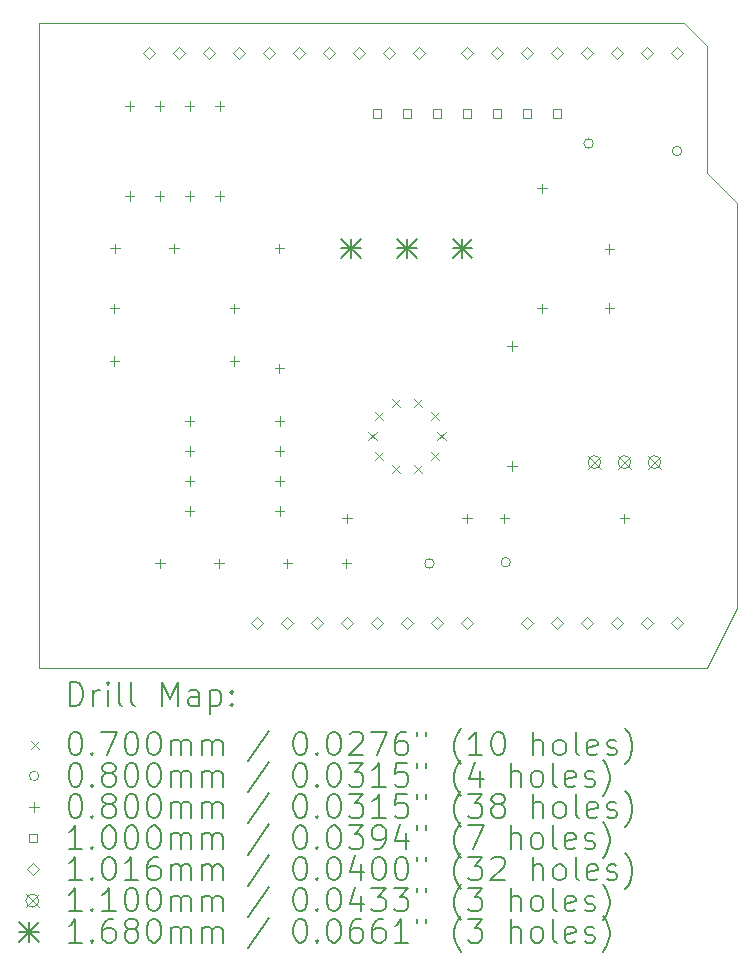
<source format=gbr>
%TF.GenerationSoftware,KiCad,Pcbnew,7.0.9*%
%TF.CreationDate,2023-12-13T08:08:03+01:00*%
%TF.ProjectId,Gas_Sensor,4761735f-5365-46e7-936f-722e6b696361,rev?*%
%TF.SameCoordinates,Original*%
%TF.FileFunction,Drillmap*%
%TF.FilePolarity,Positive*%
%FSLAX45Y45*%
G04 Gerber Fmt 4.5, Leading zero omitted, Abs format (unit mm)*
G04 Created by KiCad (PCBNEW 7.0.9) date 2023-12-13 08:08:03*
%MOMM*%
%LPD*%
G01*
G04 APERTURE LIST*
%ADD10C,0.100000*%
%ADD11C,0.200000*%
%ADD12C,0.101600*%
%ADD13C,0.110000*%
%ADD14C,0.168000*%
G04 APERTURE END LIST*
D10*
X9271000Y-1651000D02*
X9461500Y-1841500D01*
X9461500Y-1841500D02*
X9461500Y-2921000D01*
X3810000Y-1651000D02*
X3810000Y-6985000D01*
X3810000Y-7112000D02*
X3810000Y-6985000D01*
X9461500Y-7112000D02*
X3810000Y-7112000D01*
X3937000Y-1651000D02*
X3810000Y-1651000D01*
X9715500Y-3175000D02*
X9715500Y-6604000D01*
X9461500Y-2921000D02*
X9715500Y-3175000D01*
X9715500Y-6604000D02*
X9461500Y-7112000D01*
X3937000Y-1651000D02*
X9271000Y-1651000D01*
D11*
D10*
X6595000Y-5108500D02*
X6665000Y-5178500D01*
X6665000Y-5108500D02*
X6595000Y-5178500D01*
X6650767Y-4936867D02*
X6720767Y-5006867D01*
X6720767Y-4936867D02*
X6650767Y-5006867D01*
X6650767Y-5280133D02*
X6720767Y-5350133D01*
X6720767Y-5280133D02*
X6650767Y-5350133D01*
X6796767Y-4830792D02*
X6866767Y-4900792D01*
X6866767Y-4830792D02*
X6796767Y-4900792D01*
X6796767Y-5386209D02*
X6866767Y-5456209D01*
X6866767Y-5386209D02*
X6796767Y-5456209D01*
X6977233Y-4830792D02*
X7047233Y-4900792D01*
X7047233Y-4830792D02*
X6977233Y-4900792D01*
X6977233Y-5386209D02*
X7047233Y-5456209D01*
X7047233Y-5386209D02*
X6977233Y-5456209D01*
X7123233Y-4936867D02*
X7193233Y-5006867D01*
X7193233Y-4936867D02*
X7123233Y-5006867D01*
X7123233Y-5280133D02*
X7193233Y-5350133D01*
X7193233Y-5280133D02*
X7123233Y-5350133D01*
X7179000Y-5108500D02*
X7249000Y-5178500D01*
X7249000Y-5108500D02*
X7179000Y-5178500D01*
X7152000Y-6223000D02*
G75*
G03*
X7152000Y-6223000I-40000J0D01*
G01*
X7797920Y-6212080D02*
G75*
G03*
X7797920Y-6212080I-40000J0D01*
G01*
X8499550Y-2667000D02*
G75*
G03*
X8499550Y-2667000I-40000J0D01*
G01*
X9247500Y-2730500D02*
G75*
G03*
X9247500Y-2730500I-40000J0D01*
G01*
X4445000Y-4024000D02*
X4445000Y-4104000D01*
X4405000Y-4064000D02*
X4485000Y-4064000D01*
X4445000Y-4468500D02*
X4445000Y-4548500D01*
X4405000Y-4508500D02*
X4485000Y-4508500D01*
X4449000Y-3516000D02*
X4449000Y-3596000D01*
X4409000Y-3556000D02*
X4489000Y-3556000D01*
X4573000Y-2308500D02*
X4573000Y-2388500D01*
X4533000Y-2348500D02*
X4613000Y-2348500D01*
X4573000Y-3070500D02*
X4573000Y-3150500D01*
X4533000Y-3110500D02*
X4613000Y-3110500D01*
X4827000Y-2308500D02*
X4827000Y-2388500D01*
X4787000Y-2348500D02*
X4867000Y-2348500D01*
X4827000Y-3070500D02*
X4827000Y-3150500D01*
X4787000Y-3110500D02*
X4867000Y-3110500D01*
X4830000Y-6183000D02*
X4830000Y-6263000D01*
X4790000Y-6223000D02*
X4870000Y-6223000D01*
X4949000Y-3516000D02*
X4949000Y-3596000D01*
X4909000Y-3556000D02*
X4989000Y-3556000D01*
X5081000Y-2308500D02*
X5081000Y-2388500D01*
X5041000Y-2348500D02*
X5121000Y-2348500D01*
X5081000Y-3070500D02*
X5081000Y-3150500D01*
X5041000Y-3110500D02*
X5121000Y-3110500D01*
X5081000Y-4977500D02*
X5081000Y-5057500D01*
X5041000Y-5017500D02*
X5121000Y-5017500D01*
X5081000Y-5231500D02*
X5081000Y-5311500D01*
X5041000Y-5271500D02*
X5121000Y-5271500D01*
X5081000Y-5485500D02*
X5081000Y-5565500D01*
X5041000Y-5525500D02*
X5121000Y-5525500D01*
X5081000Y-5739500D02*
X5081000Y-5819500D01*
X5041000Y-5779500D02*
X5121000Y-5779500D01*
X5330000Y-6183000D02*
X5330000Y-6263000D01*
X5290000Y-6223000D02*
X5370000Y-6223000D01*
X5335000Y-2308500D02*
X5335000Y-2388500D01*
X5295000Y-2348500D02*
X5375000Y-2348500D01*
X5335000Y-3070500D02*
X5335000Y-3150500D01*
X5295000Y-3110500D02*
X5375000Y-3110500D01*
X5461000Y-4024000D02*
X5461000Y-4104000D01*
X5421000Y-4064000D02*
X5501000Y-4064000D01*
X5461000Y-4468500D02*
X5461000Y-4548500D01*
X5421000Y-4508500D02*
X5501000Y-4508500D01*
X5842000Y-3516000D02*
X5842000Y-3596000D01*
X5802000Y-3556000D02*
X5882000Y-3556000D01*
X5842000Y-4532000D02*
X5842000Y-4612000D01*
X5802000Y-4572000D02*
X5882000Y-4572000D01*
X5843000Y-4977500D02*
X5843000Y-5057500D01*
X5803000Y-5017500D02*
X5883000Y-5017500D01*
X5843000Y-5231500D02*
X5843000Y-5311500D01*
X5803000Y-5271500D02*
X5883000Y-5271500D01*
X5843000Y-5485500D02*
X5843000Y-5565500D01*
X5803000Y-5525500D02*
X5883000Y-5525500D01*
X5843000Y-5739500D02*
X5843000Y-5819500D01*
X5803000Y-5779500D02*
X5883000Y-5779500D01*
X5909500Y-6183000D02*
X5909500Y-6263000D01*
X5869500Y-6223000D02*
X5949500Y-6223000D01*
X6409500Y-6183000D02*
X6409500Y-6263000D01*
X6369500Y-6223000D02*
X6449500Y-6223000D01*
X6413500Y-5802000D02*
X6413500Y-5882000D01*
X6373500Y-5842000D02*
X6453500Y-5842000D01*
X7429500Y-5802000D02*
X7429500Y-5882000D01*
X7389500Y-5842000D02*
X7469500Y-5842000D01*
X7747000Y-5802000D02*
X7747000Y-5882000D01*
X7707000Y-5842000D02*
X7787000Y-5842000D01*
X7810500Y-4341500D02*
X7810500Y-4421500D01*
X7770500Y-4381500D02*
X7850500Y-4381500D01*
X7810500Y-5357500D02*
X7810500Y-5437500D01*
X7770500Y-5397500D02*
X7850500Y-5397500D01*
X8064500Y-3008000D02*
X8064500Y-3088000D01*
X8024500Y-3048000D02*
X8104500Y-3048000D01*
X8064500Y-4024000D02*
X8064500Y-4104000D01*
X8024500Y-4064000D02*
X8104500Y-4064000D01*
X8636000Y-3520000D02*
X8636000Y-3600000D01*
X8596000Y-3560000D02*
X8676000Y-3560000D01*
X8636000Y-4020000D02*
X8636000Y-4100000D01*
X8596000Y-4060000D02*
X8676000Y-4060000D01*
X8763000Y-5802000D02*
X8763000Y-5882000D01*
X8723000Y-5842000D02*
X8803000Y-5842000D01*
X6702856Y-2448356D02*
X6702856Y-2377644D01*
X6632144Y-2377644D01*
X6632144Y-2448356D01*
X6702856Y-2448356D01*
X6956856Y-2448356D02*
X6956856Y-2377644D01*
X6886144Y-2377644D01*
X6886144Y-2448356D01*
X6956856Y-2448356D01*
X7210856Y-2448356D02*
X7210856Y-2377644D01*
X7140144Y-2377644D01*
X7140144Y-2448356D01*
X7210856Y-2448356D01*
X7464856Y-2448356D02*
X7464856Y-2377644D01*
X7394144Y-2377644D01*
X7394144Y-2448356D01*
X7464856Y-2448356D01*
X7718856Y-2448356D02*
X7718856Y-2377644D01*
X7648144Y-2377644D01*
X7648144Y-2448356D01*
X7718856Y-2448356D01*
X7972856Y-2448356D02*
X7972856Y-2377644D01*
X7902144Y-2377644D01*
X7902144Y-2448356D01*
X7972856Y-2448356D01*
X8226856Y-2448356D02*
X8226856Y-2377644D01*
X8156144Y-2377644D01*
X8156144Y-2448356D01*
X8226856Y-2448356D01*
D12*
X4737100Y-1955800D02*
X4787900Y-1905000D01*
X4737100Y-1854200D01*
X4686300Y-1905000D01*
X4737100Y-1955800D01*
X4991100Y-1955800D02*
X5041900Y-1905000D01*
X4991100Y-1854200D01*
X4940300Y-1905000D01*
X4991100Y-1955800D01*
X5245100Y-1955800D02*
X5295900Y-1905000D01*
X5245100Y-1854200D01*
X5194300Y-1905000D01*
X5245100Y-1955800D01*
X5499100Y-1955800D02*
X5549900Y-1905000D01*
X5499100Y-1854200D01*
X5448300Y-1905000D01*
X5499100Y-1955800D01*
X5651500Y-6781800D02*
X5702300Y-6731000D01*
X5651500Y-6680200D01*
X5600700Y-6731000D01*
X5651500Y-6781800D01*
X5753100Y-1955800D02*
X5803900Y-1905000D01*
X5753100Y-1854200D01*
X5702300Y-1905000D01*
X5753100Y-1955800D01*
X5905500Y-6781800D02*
X5956300Y-6731000D01*
X5905500Y-6680200D01*
X5854700Y-6731000D01*
X5905500Y-6781800D01*
X6007100Y-1955800D02*
X6057900Y-1905000D01*
X6007100Y-1854200D01*
X5956300Y-1905000D01*
X6007100Y-1955800D01*
X6159500Y-6781800D02*
X6210300Y-6731000D01*
X6159500Y-6680200D01*
X6108700Y-6731000D01*
X6159500Y-6781800D01*
X6261100Y-1955800D02*
X6311900Y-1905000D01*
X6261100Y-1854200D01*
X6210300Y-1905000D01*
X6261100Y-1955800D01*
X6413500Y-6781800D02*
X6464300Y-6731000D01*
X6413500Y-6680200D01*
X6362700Y-6731000D01*
X6413500Y-6781800D01*
X6515100Y-1955800D02*
X6565900Y-1905000D01*
X6515100Y-1854200D01*
X6464300Y-1905000D01*
X6515100Y-1955800D01*
X6667500Y-6781800D02*
X6718300Y-6731000D01*
X6667500Y-6680200D01*
X6616700Y-6731000D01*
X6667500Y-6781800D01*
X6769100Y-1955800D02*
X6819900Y-1905000D01*
X6769100Y-1854200D01*
X6718300Y-1905000D01*
X6769100Y-1955800D01*
X6921500Y-6781800D02*
X6972300Y-6731000D01*
X6921500Y-6680200D01*
X6870700Y-6731000D01*
X6921500Y-6781800D01*
X7023100Y-1955800D02*
X7073900Y-1905000D01*
X7023100Y-1854200D01*
X6972300Y-1905000D01*
X7023100Y-1955800D01*
X7175500Y-6781800D02*
X7226300Y-6731000D01*
X7175500Y-6680200D01*
X7124700Y-6731000D01*
X7175500Y-6781800D01*
X7429500Y-1955800D02*
X7480300Y-1905000D01*
X7429500Y-1854200D01*
X7378700Y-1905000D01*
X7429500Y-1955800D01*
X7429500Y-6781800D02*
X7480300Y-6731000D01*
X7429500Y-6680200D01*
X7378700Y-6731000D01*
X7429500Y-6781800D01*
X7683500Y-1955800D02*
X7734300Y-1905000D01*
X7683500Y-1854200D01*
X7632700Y-1905000D01*
X7683500Y-1955800D01*
X7937500Y-1955800D02*
X7988300Y-1905000D01*
X7937500Y-1854200D01*
X7886700Y-1905000D01*
X7937500Y-1955800D01*
X7937500Y-6781800D02*
X7988300Y-6731000D01*
X7937500Y-6680200D01*
X7886700Y-6731000D01*
X7937500Y-6781800D01*
X8191500Y-1955800D02*
X8242300Y-1905000D01*
X8191500Y-1854200D01*
X8140700Y-1905000D01*
X8191500Y-1955800D01*
X8191500Y-6781800D02*
X8242300Y-6731000D01*
X8191500Y-6680200D01*
X8140700Y-6731000D01*
X8191500Y-6781800D01*
X8445500Y-1955800D02*
X8496300Y-1905000D01*
X8445500Y-1854200D01*
X8394700Y-1905000D01*
X8445500Y-1955800D01*
X8445500Y-6781800D02*
X8496300Y-6731000D01*
X8445500Y-6680200D01*
X8394700Y-6731000D01*
X8445500Y-6781800D01*
X8699500Y-1955800D02*
X8750300Y-1905000D01*
X8699500Y-1854200D01*
X8648700Y-1905000D01*
X8699500Y-1955800D01*
X8699500Y-6781800D02*
X8750300Y-6731000D01*
X8699500Y-6680200D01*
X8648700Y-6731000D01*
X8699500Y-6781800D01*
X8953500Y-1955800D02*
X9004300Y-1905000D01*
X8953500Y-1854200D01*
X8902700Y-1905000D01*
X8953500Y-1955800D01*
X8953500Y-6781800D02*
X9004300Y-6731000D01*
X8953500Y-6680200D01*
X8902700Y-6731000D01*
X8953500Y-6781800D01*
X9207500Y-1955800D02*
X9258300Y-1905000D01*
X9207500Y-1854200D01*
X9156700Y-1905000D01*
X9207500Y-1955800D01*
X9207500Y-6781800D02*
X9258300Y-6731000D01*
X9207500Y-6680200D01*
X9156700Y-6731000D01*
X9207500Y-6781800D01*
D13*
X8454000Y-5310000D02*
X8564000Y-5420000D01*
X8564000Y-5310000D02*
X8454000Y-5420000D01*
X8564000Y-5365000D02*
G75*
G03*
X8564000Y-5365000I-55000J0D01*
G01*
X8708000Y-5310000D02*
X8818000Y-5420000D01*
X8818000Y-5310000D02*
X8708000Y-5420000D01*
X8818000Y-5365000D02*
G75*
G03*
X8818000Y-5365000I-55000J0D01*
G01*
X8962000Y-5310000D02*
X9072000Y-5420000D01*
X9072000Y-5310000D02*
X8962000Y-5420000D01*
X9072000Y-5365000D02*
G75*
G03*
X9072000Y-5365000I-55000J0D01*
G01*
D14*
X6367500Y-3472000D02*
X6535500Y-3640000D01*
X6535500Y-3472000D02*
X6367500Y-3640000D01*
X6451500Y-3472000D02*
X6451500Y-3640000D01*
X6367500Y-3556000D02*
X6535500Y-3556000D01*
X6837500Y-3472000D02*
X7005500Y-3640000D01*
X7005500Y-3472000D02*
X6837500Y-3640000D01*
X6921500Y-3472000D02*
X6921500Y-3640000D01*
X6837500Y-3556000D02*
X7005500Y-3556000D01*
X7307500Y-3472000D02*
X7475500Y-3640000D01*
X7475500Y-3472000D02*
X7307500Y-3640000D01*
X7391500Y-3472000D02*
X7391500Y-3640000D01*
X7307500Y-3556000D02*
X7475500Y-3556000D01*
D11*
X4065777Y-7428484D02*
X4065777Y-7228484D01*
X4065777Y-7228484D02*
X4113396Y-7228484D01*
X4113396Y-7228484D02*
X4141967Y-7238008D01*
X4141967Y-7238008D02*
X4161015Y-7257055D01*
X4161015Y-7257055D02*
X4170539Y-7276103D01*
X4170539Y-7276103D02*
X4180062Y-7314198D01*
X4180062Y-7314198D02*
X4180062Y-7342769D01*
X4180062Y-7342769D02*
X4170539Y-7380865D01*
X4170539Y-7380865D02*
X4161015Y-7399912D01*
X4161015Y-7399912D02*
X4141967Y-7418960D01*
X4141967Y-7418960D02*
X4113396Y-7428484D01*
X4113396Y-7428484D02*
X4065777Y-7428484D01*
X4265777Y-7428484D02*
X4265777Y-7295150D01*
X4265777Y-7333246D02*
X4275301Y-7314198D01*
X4275301Y-7314198D02*
X4284824Y-7304674D01*
X4284824Y-7304674D02*
X4303872Y-7295150D01*
X4303872Y-7295150D02*
X4322920Y-7295150D01*
X4389586Y-7428484D02*
X4389586Y-7295150D01*
X4389586Y-7228484D02*
X4380063Y-7238008D01*
X4380063Y-7238008D02*
X4389586Y-7247531D01*
X4389586Y-7247531D02*
X4399110Y-7238008D01*
X4399110Y-7238008D02*
X4389586Y-7228484D01*
X4389586Y-7228484D02*
X4389586Y-7247531D01*
X4513396Y-7428484D02*
X4494348Y-7418960D01*
X4494348Y-7418960D02*
X4484824Y-7399912D01*
X4484824Y-7399912D02*
X4484824Y-7228484D01*
X4618158Y-7428484D02*
X4599110Y-7418960D01*
X4599110Y-7418960D02*
X4589586Y-7399912D01*
X4589586Y-7399912D02*
X4589586Y-7228484D01*
X4846729Y-7428484D02*
X4846729Y-7228484D01*
X4846729Y-7228484D02*
X4913396Y-7371341D01*
X4913396Y-7371341D02*
X4980063Y-7228484D01*
X4980063Y-7228484D02*
X4980063Y-7428484D01*
X5161015Y-7428484D02*
X5161015Y-7323722D01*
X5161015Y-7323722D02*
X5151491Y-7304674D01*
X5151491Y-7304674D02*
X5132444Y-7295150D01*
X5132444Y-7295150D02*
X5094348Y-7295150D01*
X5094348Y-7295150D02*
X5075301Y-7304674D01*
X5161015Y-7418960D02*
X5141967Y-7428484D01*
X5141967Y-7428484D02*
X5094348Y-7428484D01*
X5094348Y-7428484D02*
X5075301Y-7418960D01*
X5075301Y-7418960D02*
X5065777Y-7399912D01*
X5065777Y-7399912D02*
X5065777Y-7380865D01*
X5065777Y-7380865D02*
X5075301Y-7361817D01*
X5075301Y-7361817D02*
X5094348Y-7352293D01*
X5094348Y-7352293D02*
X5141967Y-7352293D01*
X5141967Y-7352293D02*
X5161015Y-7342769D01*
X5256253Y-7295150D02*
X5256253Y-7495150D01*
X5256253Y-7304674D02*
X5275301Y-7295150D01*
X5275301Y-7295150D02*
X5313396Y-7295150D01*
X5313396Y-7295150D02*
X5332444Y-7304674D01*
X5332444Y-7304674D02*
X5341967Y-7314198D01*
X5341967Y-7314198D02*
X5351491Y-7333246D01*
X5351491Y-7333246D02*
X5351491Y-7390388D01*
X5351491Y-7390388D02*
X5341967Y-7409436D01*
X5341967Y-7409436D02*
X5332444Y-7418960D01*
X5332444Y-7418960D02*
X5313396Y-7428484D01*
X5313396Y-7428484D02*
X5275301Y-7428484D01*
X5275301Y-7428484D02*
X5256253Y-7418960D01*
X5437205Y-7409436D02*
X5446729Y-7418960D01*
X5446729Y-7418960D02*
X5437205Y-7428484D01*
X5437205Y-7428484D02*
X5427682Y-7418960D01*
X5427682Y-7418960D02*
X5437205Y-7409436D01*
X5437205Y-7409436D02*
X5437205Y-7428484D01*
X5437205Y-7304674D02*
X5446729Y-7314198D01*
X5446729Y-7314198D02*
X5437205Y-7323722D01*
X5437205Y-7323722D02*
X5427682Y-7314198D01*
X5427682Y-7314198D02*
X5437205Y-7304674D01*
X5437205Y-7304674D02*
X5437205Y-7323722D01*
D10*
X3735000Y-7722000D02*
X3805000Y-7792000D01*
X3805000Y-7722000D02*
X3735000Y-7792000D01*
D11*
X4103872Y-7648484D02*
X4122920Y-7648484D01*
X4122920Y-7648484D02*
X4141967Y-7658008D01*
X4141967Y-7658008D02*
X4151491Y-7667531D01*
X4151491Y-7667531D02*
X4161015Y-7686579D01*
X4161015Y-7686579D02*
X4170539Y-7724674D01*
X4170539Y-7724674D02*
X4170539Y-7772293D01*
X4170539Y-7772293D02*
X4161015Y-7810388D01*
X4161015Y-7810388D02*
X4151491Y-7829436D01*
X4151491Y-7829436D02*
X4141967Y-7838960D01*
X4141967Y-7838960D02*
X4122920Y-7848484D01*
X4122920Y-7848484D02*
X4103872Y-7848484D01*
X4103872Y-7848484D02*
X4084824Y-7838960D01*
X4084824Y-7838960D02*
X4075301Y-7829436D01*
X4075301Y-7829436D02*
X4065777Y-7810388D01*
X4065777Y-7810388D02*
X4056253Y-7772293D01*
X4056253Y-7772293D02*
X4056253Y-7724674D01*
X4056253Y-7724674D02*
X4065777Y-7686579D01*
X4065777Y-7686579D02*
X4075301Y-7667531D01*
X4075301Y-7667531D02*
X4084824Y-7658008D01*
X4084824Y-7658008D02*
X4103872Y-7648484D01*
X4256253Y-7829436D02*
X4265777Y-7838960D01*
X4265777Y-7838960D02*
X4256253Y-7848484D01*
X4256253Y-7848484D02*
X4246729Y-7838960D01*
X4246729Y-7838960D02*
X4256253Y-7829436D01*
X4256253Y-7829436D02*
X4256253Y-7848484D01*
X4332444Y-7648484D02*
X4465777Y-7648484D01*
X4465777Y-7648484D02*
X4380063Y-7848484D01*
X4580063Y-7648484D02*
X4599110Y-7648484D01*
X4599110Y-7648484D02*
X4618158Y-7658008D01*
X4618158Y-7658008D02*
X4627682Y-7667531D01*
X4627682Y-7667531D02*
X4637205Y-7686579D01*
X4637205Y-7686579D02*
X4646729Y-7724674D01*
X4646729Y-7724674D02*
X4646729Y-7772293D01*
X4646729Y-7772293D02*
X4637205Y-7810388D01*
X4637205Y-7810388D02*
X4627682Y-7829436D01*
X4627682Y-7829436D02*
X4618158Y-7838960D01*
X4618158Y-7838960D02*
X4599110Y-7848484D01*
X4599110Y-7848484D02*
X4580063Y-7848484D01*
X4580063Y-7848484D02*
X4561015Y-7838960D01*
X4561015Y-7838960D02*
X4551491Y-7829436D01*
X4551491Y-7829436D02*
X4541967Y-7810388D01*
X4541967Y-7810388D02*
X4532444Y-7772293D01*
X4532444Y-7772293D02*
X4532444Y-7724674D01*
X4532444Y-7724674D02*
X4541967Y-7686579D01*
X4541967Y-7686579D02*
X4551491Y-7667531D01*
X4551491Y-7667531D02*
X4561015Y-7658008D01*
X4561015Y-7658008D02*
X4580063Y-7648484D01*
X4770539Y-7648484D02*
X4789586Y-7648484D01*
X4789586Y-7648484D02*
X4808634Y-7658008D01*
X4808634Y-7658008D02*
X4818158Y-7667531D01*
X4818158Y-7667531D02*
X4827682Y-7686579D01*
X4827682Y-7686579D02*
X4837205Y-7724674D01*
X4837205Y-7724674D02*
X4837205Y-7772293D01*
X4837205Y-7772293D02*
X4827682Y-7810388D01*
X4827682Y-7810388D02*
X4818158Y-7829436D01*
X4818158Y-7829436D02*
X4808634Y-7838960D01*
X4808634Y-7838960D02*
X4789586Y-7848484D01*
X4789586Y-7848484D02*
X4770539Y-7848484D01*
X4770539Y-7848484D02*
X4751491Y-7838960D01*
X4751491Y-7838960D02*
X4741967Y-7829436D01*
X4741967Y-7829436D02*
X4732444Y-7810388D01*
X4732444Y-7810388D02*
X4722920Y-7772293D01*
X4722920Y-7772293D02*
X4722920Y-7724674D01*
X4722920Y-7724674D02*
X4732444Y-7686579D01*
X4732444Y-7686579D02*
X4741967Y-7667531D01*
X4741967Y-7667531D02*
X4751491Y-7658008D01*
X4751491Y-7658008D02*
X4770539Y-7648484D01*
X4922920Y-7848484D02*
X4922920Y-7715150D01*
X4922920Y-7734198D02*
X4932444Y-7724674D01*
X4932444Y-7724674D02*
X4951491Y-7715150D01*
X4951491Y-7715150D02*
X4980063Y-7715150D01*
X4980063Y-7715150D02*
X4999110Y-7724674D01*
X4999110Y-7724674D02*
X5008634Y-7743722D01*
X5008634Y-7743722D02*
X5008634Y-7848484D01*
X5008634Y-7743722D02*
X5018158Y-7724674D01*
X5018158Y-7724674D02*
X5037205Y-7715150D01*
X5037205Y-7715150D02*
X5065777Y-7715150D01*
X5065777Y-7715150D02*
X5084825Y-7724674D01*
X5084825Y-7724674D02*
X5094348Y-7743722D01*
X5094348Y-7743722D02*
X5094348Y-7848484D01*
X5189586Y-7848484D02*
X5189586Y-7715150D01*
X5189586Y-7734198D02*
X5199110Y-7724674D01*
X5199110Y-7724674D02*
X5218158Y-7715150D01*
X5218158Y-7715150D02*
X5246729Y-7715150D01*
X5246729Y-7715150D02*
X5265777Y-7724674D01*
X5265777Y-7724674D02*
X5275301Y-7743722D01*
X5275301Y-7743722D02*
X5275301Y-7848484D01*
X5275301Y-7743722D02*
X5284825Y-7724674D01*
X5284825Y-7724674D02*
X5303872Y-7715150D01*
X5303872Y-7715150D02*
X5332444Y-7715150D01*
X5332444Y-7715150D02*
X5351491Y-7724674D01*
X5351491Y-7724674D02*
X5361015Y-7743722D01*
X5361015Y-7743722D02*
X5361015Y-7848484D01*
X5751491Y-7638960D02*
X5580063Y-7896103D01*
X6008634Y-7648484D02*
X6027682Y-7648484D01*
X6027682Y-7648484D02*
X6046729Y-7658008D01*
X6046729Y-7658008D02*
X6056253Y-7667531D01*
X6056253Y-7667531D02*
X6065777Y-7686579D01*
X6065777Y-7686579D02*
X6075301Y-7724674D01*
X6075301Y-7724674D02*
X6075301Y-7772293D01*
X6075301Y-7772293D02*
X6065777Y-7810388D01*
X6065777Y-7810388D02*
X6056253Y-7829436D01*
X6056253Y-7829436D02*
X6046729Y-7838960D01*
X6046729Y-7838960D02*
X6027682Y-7848484D01*
X6027682Y-7848484D02*
X6008634Y-7848484D01*
X6008634Y-7848484D02*
X5989586Y-7838960D01*
X5989586Y-7838960D02*
X5980063Y-7829436D01*
X5980063Y-7829436D02*
X5970539Y-7810388D01*
X5970539Y-7810388D02*
X5961015Y-7772293D01*
X5961015Y-7772293D02*
X5961015Y-7724674D01*
X5961015Y-7724674D02*
X5970539Y-7686579D01*
X5970539Y-7686579D02*
X5980063Y-7667531D01*
X5980063Y-7667531D02*
X5989586Y-7658008D01*
X5989586Y-7658008D02*
X6008634Y-7648484D01*
X6161015Y-7829436D02*
X6170539Y-7838960D01*
X6170539Y-7838960D02*
X6161015Y-7848484D01*
X6161015Y-7848484D02*
X6151491Y-7838960D01*
X6151491Y-7838960D02*
X6161015Y-7829436D01*
X6161015Y-7829436D02*
X6161015Y-7848484D01*
X6294348Y-7648484D02*
X6313396Y-7648484D01*
X6313396Y-7648484D02*
X6332444Y-7658008D01*
X6332444Y-7658008D02*
X6341967Y-7667531D01*
X6341967Y-7667531D02*
X6351491Y-7686579D01*
X6351491Y-7686579D02*
X6361015Y-7724674D01*
X6361015Y-7724674D02*
X6361015Y-7772293D01*
X6361015Y-7772293D02*
X6351491Y-7810388D01*
X6351491Y-7810388D02*
X6341967Y-7829436D01*
X6341967Y-7829436D02*
X6332444Y-7838960D01*
X6332444Y-7838960D02*
X6313396Y-7848484D01*
X6313396Y-7848484D02*
X6294348Y-7848484D01*
X6294348Y-7848484D02*
X6275301Y-7838960D01*
X6275301Y-7838960D02*
X6265777Y-7829436D01*
X6265777Y-7829436D02*
X6256253Y-7810388D01*
X6256253Y-7810388D02*
X6246729Y-7772293D01*
X6246729Y-7772293D02*
X6246729Y-7724674D01*
X6246729Y-7724674D02*
X6256253Y-7686579D01*
X6256253Y-7686579D02*
X6265777Y-7667531D01*
X6265777Y-7667531D02*
X6275301Y-7658008D01*
X6275301Y-7658008D02*
X6294348Y-7648484D01*
X6437206Y-7667531D02*
X6446729Y-7658008D01*
X6446729Y-7658008D02*
X6465777Y-7648484D01*
X6465777Y-7648484D02*
X6513396Y-7648484D01*
X6513396Y-7648484D02*
X6532444Y-7658008D01*
X6532444Y-7658008D02*
X6541967Y-7667531D01*
X6541967Y-7667531D02*
X6551491Y-7686579D01*
X6551491Y-7686579D02*
X6551491Y-7705627D01*
X6551491Y-7705627D02*
X6541967Y-7734198D01*
X6541967Y-7734198D02*
X6427682Y-7848484D01*
X6427682Y-7848484D02*
X6551491Y-7848484D01*
X6618158Y-7648484D02*
X6751491Y-7648484D01*
X6751491Y-7648484D02*
X6665777Y-7848484D01*
X6913396Y-7648484D02*
X6875301Y-7648484D01*
X6875301Y-7648484D02*
X6856253Y-7658008D01*
X6856253Y-7658008D02*
X6846729Y-7667531D01*
X6846729Y-7667531D02*
X6827682Y-7696103D01*
X6827682Y-7696103D02*
X6818158Y-7734198D01*
X6818158Y-7734198D02*
X6818158Y-7810388D01*
X6818158Y-7810388D02*
X6827682Y-7829436D01*
X6827682Y-7829436D02*
X6837206Y-7838960D01*
X6837206Y-7838960D02*
X6856253Y-7848484D01*
X6856253Y-7848484D02*
X6894348Y-7848484D01*
X6894348Y-7848484D02*
X6913396Y-7838960D01*
X6913396Y-7838960D02*
X6922920Y-7829436D01*
X6922920Y-7829436D02*
X6932444Y-7810388D01*
X6932444Y-7810388D02*
X6932444Y-7762769D01*
X6932444Y-7762769D02*
X6922920Y-7743722D01*
X6922920Y-7743722D02*
X6913396Y-7734198D01*
X6913396Y-7734198D02*
X6894348Y-7724674D01*
X6894348Y-7724674D02*
X6856253Y-7724674D01*
X6856253Y-7724674D02*
X6837206Y-7734198D01*
X6837206Y-7734198D02*
X6827682Y-7743722D01*
X6827682Y-7743722D02*
X6818158Y-7762769D01*
X7008634Y-7648484D02*
X7008634Y-7686579D01*
X7084825Y-7648484D02*
X7084825Y-7686579D01*
X7380063Y-7924674D02*
X7370539Y-7915150D01*
X7370539Y-7915150D02*
X7351491Y-7886579D01*
X7351491Y-7886579D02*
X7341968Y-7867531D01*
X7341968Y-7867531D02*
X7332444Y-7838960D01*
X7332444Y-7838960D02*
X7322920Y-7791341D01*
X7322920Y-7791341D02*
X7322920Y-7753246D01*
X7322920Y-7753246D02*
X7332444Y-7705627D01*
X7332444Y-7705627D02*
X7341968Y-7677055D01*
X7341968Y-7677055D02*
X7351491Y-7658008D01*
X7351491Y-7658008D02*
X7370539Y-7629436D01*
X7370539Y-7629436D02*
X7380063Y-7619912D01*
X7561015Y-7848484D02*
X7446729Y-7848484D01*
X7503872Y-7848484D02*
X7503872Y-7648484D01*
X7503872Y-7648484D02*
X7484825Y-7677055D01*
X7484825Y-7677055D02*
X7465777Y-7696103D01*
X7465777Y-7696103D02*
X7446729Y-7705627D01*
X7684825Y-7648484D02*
X7703872Y-7648484D01*
X7703872Y-7648484D02*
X7722920Y-7658008D01*
X7722920Y-7658008D02*
X7732444Y-7667531D01*
X7732444Y-7667531D02*
X7741968Y-7686579D01*
X7741968Y-7686579D02*
X7751491Y-7724674D01*
X7751491Y-7724674D02*
X7751491Y-7772293D01*
X7751491Y-7772293D02*
X7741968Y-7810388D01*
X7741968Y-7810388D02*
X7732444Y-7829436D01*
X7732444Y-7829436D02*
X7722920Y-7838960D01*
X7722920Y-7838960D02*
X7703872Y-7848484D01*
X7703872Y-7848484D02*
X7684825Y-7848484D01*
X7684825Y-7848484D02*
X7665777Y-7838960D01*
X7665777Y-7838960D02*
X7656253Y-7829436D01*
X7656253Y-7829436D02*
X7646729Y-7810388D01*
X7646729Y-7810388D02*
X7637206Y-7772293D01*
X7637206Y-7772293D02*
X7637206Y-7724674D01*
X7637206Y-7724674D02*
X7646729Y-7686579D01*
X7646729Y-7686579D02*
X7656253Y-7667531D01*
X7656253Y-7667531D02*
X7665777Y-7658008D01*
X7665777Y-7658008D02*
X7684825Y-7648484D01*
X7989587Y-7848484D02*
X7989587Y-7648484D01*
X8075301Y-7848484D02*
X8075301Y-7743722D01*
X8075301Y-7743722D02*
X8065777Y-7724674D01*
X8065777Y-7724674D02*
X8046730Y-7715150D01*
X8046730Y-7715150D02*
X8018158Y-7715150D01*
X8018158Y-7715150D02*
X7999110Y-7724674D01*
X7999110Y-7724674D02*
X7989587Y-7734198D01*
X8199110Y-7848484D02*
X8180063Y-7838960D01*
X8180063Y-7838960D02*
X8170539Y-7829436D01*
X8170539Y-7829436D02*
X8161015Y-7810388D01*
X8161015Y-7810388D02*
X8161015Y-7753246D01*
X8161015Y-7753246D02*
X8170539Y-7734198D01*
X8170539Y-7734198D02*
X8180063Y-7724674D01*
X8180063Y-7724674D02*
X8199110Y-7715150D01*
X8199110Y-7715150D02*
X8227682Y-7715150D01*
X8227682Y-7715150D02*
X8246730Y-7724674D01*
X8246730Y-7724674D02*
X8256253Y-7734198D01*
X8256253Y-7734198D02*
X8265777Y-7753246D01*
X8265777Y-7753246D02*
X8265777Y-7810388D01*
X8265777Y-7810388D02*
X8256253Y-7829436D01*
X8256253Y-7829436D02*
X8246730Y-7838960D01*
X8246730Y-7838960D02*
X8227682Y-7848484D01*
X8227682Y-7848484D02*
X8199110Y-7848484D01*
X8380063Y-7848484D02*
X8361015Y-7838960D01*
X8361015Y-7838960D02*
X8351491Y-7819912D01*
X8351491Y-7819912D02*
X8351491Y-7648484D01*
X8532444Y-7838960D02*
X8513396Y-7848484D01*
X8513396Y-7848484D02*
X8475301Y-7848484D01*
X8475301Y-7848484D02*
X8456253Y-7838960D01*
X8456253Y-7838960D02*
X8446730Y-7819912D01*
X8446730Y-7819912D02*
X8446730Y-7743722D01*
X8446730Y-7743722D02*
X8456253Y-7724674D01*
X8456253Y-7724674D02*
X8475301Y-7715150D01*
X8475301Y-7715150D02*
X8513396Y-7715150D01*
X8513396Y-7715150D02*
X8532444Y-7724674D01*
X8532444Y-7724674D02*
X8541968Y-7743722D01*
X8541968Y-7743722D02*
X8541968Y-7762769D01*
X8541968Y-7762769D02*
X8446730Y-7781817D01*
X8618158Y-7838960D02*
X8637206Y-7848484D01*
X8637206Y-7848484D02*
X8675301Y-7848484D01*
X8675301Y-7848484D02*
X8694349Y-7838960D01*
X8694349Y-7838960D02*
X8703873Y-7819912D01*
X8703873Y-7819912D02*
X8703873Y-7810388D01*
X8703873Y-7810388D02*
X8694349Y-7791341D01*
X8694349Y-7791341D02*
X8675301Y-7781817D01*
X8675301Y-7781817D02*
X8646730Y-7781817D01*
X8646730Y-7781817D02*
X8627682Y-7772293D01*
X8627682Y-7772293D02*
X8618158Y-7753246D01*
X8618158Y-7753246D02*
X8618158Y-7743722D01*
X8618158Y-7743722D02*
X8627682Y-7724674D01*
X8627682Y-7724674D02*
X8646730Y-7715150D01*
X8646730Y-7715150D02*
X8675301Y-7715150D01*
X8675301Y-7715150D02*
X8694349Y-7724674D01*
X8770539Y-7924674D02*
X8780063Y-7915150D01*
X8780063Y-7915150D02*
X8799111Y-7886579D01*
X8799111Y-7886579D02*
X8808634Y-7867531D01*
X8808634Y-7867531D02*
X8818158Y-7838960D01*
X8818158Y-7838960D02*
X8827682Y-7791341D01*
X8827682Y-7791341D02*
X8827682Y-7753246D01*
X8827682Y-7753246D02*
X8818158Y-7705627D01*
X8818158Y-7705627D02*
X8808634Y-7677055D01*
X8808634Y-7677055D02*
X8799111Y-7658008D01*
X8799111Y-7658008D02*
X8780063Y-7629436D01*
X8780063Y-7629436D02*
X8770539Y-7619912D01*
D10*
X3805000Y-8021000D02*
G75*
G03*
X3805000Y-8021000I-40000J0D01*
G01*
D11*
X4103872Y-7912484D02*
X4122920Y-7912484D01*
X4122920Y-7912484D02*
X4141967Y-7922008D01*
X4141967Y-7922008D02*
X4151491Y-7931531D01*
X4151491Y-7931531D02*
X4161015Y-7950579D01*
X4161015Y-7950579D02*
X4170539Y-7988674D01*
X4170539Y-7988674D02*
X4170539Y-8036293D01*
X4170539Y-8036293D02*
X4161015Y-8074388D01*
X4161015Y-8074388D02*
X4151491Y-8093436D01*
X4151491Y-8093436D02*
X4141967Y-8102960D01*
X4141967Y-8102960D02*
X4122920Y-8112484D01*
X4122920Y-8112484D02*
X4103872Y-8112484D01*
X4103872Y-8112484D02*
X4084824Y-8102960D01*
X4084824Y-8102960D02*
X4075301Y-8093436D01*
X4075301Y-8093436D02*
X4065777Y-8074388D01*
X4065777Y-8074388D02*
X4056253Y-8036293D01*
X4056253Y-8036293D02*
X4056253Y-7988674D01*
X4056253Y-7988674D02*
X4065777Y-7950579D01*
X4065777Y-7950579D02*
X4075301Y-7931531D01*
X4075301Y-7931531D02*
X4084824Y-7922008D01*
X4084824Y-7922008D02*
X4103872Y-7912484D01*
X4256253Y-8093436D02*
X4265777Y-8102960D01*
X4265777Y-8102960D02*
X4256253Y-8112484D01*
X4256253Y-8112484D02*
X4246729Y-8102960D01*
X4246729Y-8102960D02*
X4256253Y-8093436D01*
X4256253Y-8093436D02*
X4256253Y-8112484D01*
X4380063Y-7998198D02*
X4361015Y-7988674D01*
X4361015Y-7988674D02*
X4351491Y-7979150D01*
X4351491Y-7979150D02*
X4341967Y-7960103D01*
X4341967Y-7960103D02*
X4341967Y-7950579D01*
X4341967Y-7950579D02*
X4351491Y-7931531D01*
X4351491Y-7931531D02*
X4361015Y-7922008D01*
X4361015Y-7922008D02*
X4380063Y-7912484D01*
X4380063Y-7912484D02*
X4418158Y-7912484D01*
X4418158Y-7912484D02*
X4437205Y-7922008D01*
X4437205Y-7922008D02*
X4446729Y-7931531D01*
X4446729Y-7931531D02*
X4456253Y-7950579D01*
X4456253Y-7950579D02*
X4456253Y-7960103D01*
X4456253Y-7960103D02*
X4446729Y-7979150D01*
X4446729Y-7979150D02*
X4437205Y-7988674D01*
X4437205Y-7988674D02*
X4418158Y-7998198D01*
X4418158Y-7998198D02*
X4380063Y-7998198D01*
X4380063Y-7998198D02*
X4361015Y-8007722D01*
X4361015Y-8007722D02*
X4351491Y-8017246D01*
X4351491Y-8017246D02*
X4341967Y-8036293D01*
X4341967Y-8036293D02*
X4341967Y-8074388D01*
X4341967Y-8074388D02*
X4351491Y-8093436D01*
X4351491Y-8093436D02*
X4361015Y-8102960D01*
X4361015Y-8102960D02*
X4380063Y-8112484D01*
X4380063Y-8112484D02*
X4418158Y-8112484D01*
X4418158Y-8112484D02*
X4437205Y-8102960D01*
X4437205Y-8102960D02*
X4446729Y-8093436D01*
X4446729Y-8093436D02*
X4456253Y-8074388D01*
X4456253Y-8074388D02*
X4456253Y-8036293D01*
X4456253Y-8036293D02*
X4446729Y-8017246D01*
X4446729Y-8017246D02*
X4437205Y-8007722D01*
X4437205Y-8007722D02*
X4418158Y-7998198D01*
X4580063Y-7912484D02*
X4599110Y-7912484D01*
X4599110Y-7912484D02*
X4618158Y-7922008D01*
X4618158Y-7922008D02*
X4627682Y-7931531D01*
X4627682Y-7931531D02*
X4637205Y-7950579D01*
X4637205Y-7950579D02*
X4646729Y-7988674D01*
X4646729Y-7988674D02*
X4646729Y-8036293D01*
X4646729Y-8036293D02*
X4637205Y-8074388D01*
X4637205Y-8074388D02*
X4627682Y-8093436D01*
X4627682Y-8093436D02*
X4618158Y-8102960D01*
X4618158Y-8102960D02*
X4599110Y-8112484D01*
X4599110Y-8112484D02*
X4580063Y-8112484D01*
X4580063Y-8112484D02*
X4561015Y-8102960D01*
X4561015Y-8102960D02*
X4551491Y-8093436D01*
X4551491Y-8093436D02*
X4541967Y-8074388D01*
X4541967Y-8074388D02*
X4532444Y-8036293D01*
X4532444Y-8036293D02*
X4532444Y-7988674D01*
X4532444Y-7988674D02*
X4541967Y-7950579D01*
X4541967Y-7950579D02*
X4551491Y-7931531D01*
X4551491Y-7931531D02*
X4561015Y-7922008D01*
X4561015Y-7922008D02*
X4580063Y-7912484D01*
X4770539Y-7912484D02*
X4789586Y-7912484D01*
X4789586Y-7912484D02*
X4808634Y-7922008D01*
X4808634Y-7922008D02*
X4818158Y-7931531D01*
X4818158Y-7931531D02*
X4827682Y-7950579D01*
X4827682Y-7950579D02*
X4837205Y-7988674D01*
X4837205Y-7988674D02*
X4837205Y-8036293D01*
X4837205Y-8036293D02*
X4827682Y-8074388D01*
X4827682Y-8074388D02*
X4818158Y-8093436D01*
X4818158Y-8093436D02*
X4808634Y-8102960D01*
X4808634Y-8102960D02*
X4789586Y-8112484D01*
X4789586Y-8112484D02*
X4770539Y-8112484D01*
X4770539Y-8112484D02*
X4751491Y-8102960D01*
X4751491Y-8102960D02*
X4741967Y-8093436D01*
X4741967Y-8093436D02*
X4732444Y-8074388D01*
X4732444Y-8074388D02*
X4722920Y-8036293D01*
X4722920Y-8036293D02*
X4722920Y-7988674D01*
X4722920Y-7988674D02*
X4732444Y-7950579D01*
X4732444Y-7950579D02*
X4741967Y-7931531D01*
X4741967Y-7931531D02*
X4751491Y-7922008D01*
X4751491Y-7922008D02*
X4770539Y-7912484D01*
X4922920Y-8112484D02*
X4922920Y-7979150D01*
X4922920Y-7998198D02*
X4932444Y-7988674D01*
X4932444Y-7988674D02*
X4951491Y-7979150D01*
X4951491Y-7979150D02*
X4980063Y-7979150D01*
X4980063Y-7979150D02*
X4999110Y-7988674D01*
X4999110Y-7988674D02*
X5008634Y-8007722D01*
X5008634Y-8007722D02*
X5008634Y-8112484D01*
X5008634Y-8007722D02*
X5018158Y-7988674D01*
X5018158Y-7988674D02*
X5037205Y-7979150D01*
X5037205Y-7979150D02*
X5065777Y-7979150D01*
X5065777Y-7979150D02*
X5084825Y-7988674D01*
X5084825Y-7988674D02*
X5094348Y-8007722D01*
X5094348Y-8007722D02*
X5094348Y-8112484D01*
X5189586Y-8112484D02*
X5189586Y-7979150D01*
X5189586Y-7998198D02*
X5199110Y-7988674D01*
X5199110Y-7988674D02*
X5218158Y-7979150D01*
X5218158Y-7979150D02*
X5246729Y-7979150D01*
X5246729Y-7979150D02*
X5265777Y-7988674D01*
X5265777Y-7988674D02*
X5275301Y-8007722D01*
X5275301Y-8007722D02*
X5275301Y-8112484D01*
X5275301Y-8007722D02*
X5284825Y-7988674D01*
X5284825Y-7988674D02*
X5303872Y-7979150D01*
X5303872Y-7979150D02*
X5332444Y-7979150D01*
X5332444Y-7979150D02*
X5351491Y-7988674D01*
X5351491Y-7988674D02*
X5361015Y-8007722D01*
X5361015Y-8007722D02*
X5361015Y-8112484D01*
X5751491Y-7902960D02*
X5580063Y-8160103D01*
X6008634Y-7912484D02*
X6027682Y-7912484D01*
X6027682Y-7912484D02*
X6046729Y-7922008D01*
X6046729Y-7922008D02*
X6056253Y-7931531D01*
X6056253Y-7931531D02*
X6065777Y-7950579D01*
X6065777Y-7950579D02*
X6075301Y-7988674D01*
X6075301Y-7988674D02*
X6075301Y-8036293D01*
X6075301Y-8036293D02*
X6065777Y-8074388D01*
X6065777Y-8074388D02*
X6056253Y-8093436D01*
X6056253Y-8093436D02*
X6046729Y-8102960D01*
X6046729Y-8102960D02*
X6027682Y-8112484D01*
X6027682Y-8112484D02*
X6008634Y-8112484D01*
X6008634Y-8112484D02*
X5989586Y-8102960D01*
X5989586Y-8102960D02*
X5980063Y-8093436D01*
X5980063Y-8093436D02*
X5970539Y-8074388D01*
X5970539Y-8074388D02*
X5961015Y-8036293D01*
X5961015Y-8036293D02*
X5961015Y-7988674D01*
X5961015Y-7988674D02*
X5970539Y-7950579D01*
X5970539Y-7950579D02*
X5980063Y-7931531D01*
X5980063Y-7931531D02*
X5989586Y-7922008D01*
X5989586Y-7922008D02*
X6008634Y-7912484D01*
X6161015Y-8093436D02*
X6170539Y-8102960D01*
X6170539Y-8102960D02*
X6161015Y-8112484D01*
X6161015Y-8112484D02*
X6151491Y-8102960D01*
X6151491Y-8102960D02*
X6161015Y-8093436D01*
X6161015Y-8093436D02*
X6161015Y-8112484D01*
X6294348Y-7912484D02*
X6313396Y-7912484D01*
X6313396Y-7912484D02*
X6332444Y-7922008D01*
X6332444Y-7922008D02*
X6341967Y-7931531D01*
X6341967Y-7931531D02*
X6351491Y-7950579D01*
X6351491Y-7950579D02*
X6361015Y-7988674D01*
X6361015Y-7988674D02*
X6361015Y-8036293D01*
X6361015Y-8036293D02*
X6351491Y-8074388D01*
X6351491Y-8074388D02*
X6341967Y-8093436D01*
X6341967Y-8093436D02*
X6332444Y-8102960D01*
X6332444Y-8102960D02*
X6313396Y-8112484D01*
X6313396Y-8112484D02*
X6294348Y-8112484D01*
X6294348Y-8112484D02*
X6275301Y-8102960D01*
X6275301Y-8102960D02*
X6265777Y-8093436D01*
X6265777Y-8093436D02*
X6256253Y-8074388D01*
X6256253Y-8074388D02*
X6246729Y-8036293D01*
X6246729Y-8036293D02*
X6246729Y-7988674D01*
X6246729Y-7988674D02*
X6256253Y-7950579D01*
X6256253Y-7950579D02*
X6265777Y-7931531D01*
X6265777Y-7931531D02*
X6275301Y-7922008D01*
X6275301Y-7922008D02*
X6294348Y-7912484D01*
X6427682Y-7912484D02*
X6551491Y-7912484D01*
X6551491Y-7912484D02*
X6484825Y-7988674D01*
X6484825Y-7988674D02*
X6513396Y-7988674D01*
X6513396Y-7988674D02*
X6532444Y-7998198D01*
X6532444Y-7998198D02*
X6541967Y-8007722D01*
X6541967Y-8007722D02*
X6551491Y-8026769D01*
X6551491Y-8026769D02*
X6551491Y-8074388D01*
X6551491Y-8074388D02*
X6541967Y-8093436D01*
X6541967Y-8093436D02*
X6532444Y-8102960D01*
X6532444Y-8102960D02*
X6513396Y-8112484D01*
X6513396Y-8112484D02*
X6456253Y-8112484D01*
X6456253Y-8112484D02*
X6437206Y-8102960D01*
X6437206Y-8102960D02*
X6427682Y-8093436D01*
X6741967Y-8112484D02*
X6627682Y-8112484D01*
X6684825Y-8112484D02*
X6684825Y-7912484D01*
X6684825Y-7912484D02*
X6665777Y-7941055D01*
X6665777Y-7941055D02*
X6646729Y-7960103D01*
X6646729Y-7960103D02*
X6627682Y-7969627D01*
X6922920Y-7912484D02*
X6827682Y-7912484D01*
X6827682Y-7912484D02*
X6818158Y-8007722D01*
X6818158Y-8007722D02*
X6827682Y-7998198D01*
X6827682Y-7998198D02*
X6846729Y-7988674D01*
X6846729Y-7988674D02*
X6894348Y-7988674D01*
X6894348Y-7988674D02*
X6913396Y-7998198D01*
X6913396Y-7998198D02*
X6922920Y-8007722D01*
X6922920Y-8007722D02*
X6932444Y-8026769D01*
X6932444Y-8026769D02*
X6932444Y-8074388D01*
X6932444Y-8074388D02*
X6922920Y-8093436D01*
X6922920Y-8093436D02*
X6913396Y-8102960D01*
X6913396Y-8102960D02*
X6894348Y-8112484D01*
X6894348Y-8112484D02*
X6846729Y-8112484D01*
X6846729Y-8112484D02*
X6827682Y-8102960D01*
X6827682Y-8102960D02*
X6818158Y-8093436D01*
X7008634Y-7912484D02*
X7008634Y-7950579D01*
X7084825Y-7912484D02*
X7084825Y-7950579D01*
X7380063Y-8188674D02*
X7370539Y-8179150D01*
X7370539Y-8179150D02*
X7351491Y-8150579D01*
X7351491Y-8150579D02*
X7341968Y-8131531D01*
X7341968Y-8131531D02*
X7332444Y-8102960D01*
X7332444Y-8102960D02*
X7322920Y-8055341D01*
X7322920Y-8055341D02*
X7322920Y-8017246D01*
X7322920Y-8017246D02*
X7332444Y-7969627D01*
X7332444Y-7969627D02*
X7341968Y-7941055D01*
X7341968Y-7941055D02*
X7351491Y-7922008D01*
X7351491Y-7922008D02*
X7370539Y-7893436D01*
X7370539Y-7893436D02*
X7380063Y-7883912D01*
X7541968Y-7979150D02*
X7541968Y-8112484D01*
X7494348Y-7902960D02*
X7446729Y-8045817D01*
X7446729Y-8045817D02*
X7570539Y-8045817D01*
X7799110Y-8112484D02*
X7799110Y-7912484D01*
X7884825Y-8112484D02*
X7884825Y-8007722D01*
X7884825Y-8007722D02*
X7875301Y-7988674D01*
X7875301Y-7988674D02*
X7856253Y-7979150D01*
X7856253Y-7979150D02*
X7827682Y-7979150D01*
X7827682Y-7979150D02*
X7808634Y-7988674D01*
X7808634Y-7988674D02*
X7799110Y-7998198D01*
X8008634Y-8112484D02*
X7989587Y-8102960D01*
X7989587Y-8102960D02*
X7980063Y-8093436D01*
X7980063Y-8093436D02*
X7970539Y-8074388D01*
X7970539Y-8074388D02*
X7970539Y-8017246D01*
X7970539Y-8017246D02*
X7980063Y-7998198D01*
X7980063Y-7998198D02*
X7989587Y-7988674D01*
X7989587Y-7988674D02*
X8008634Y-7979150D01*
X8008634Y-7979150D02*
X8037206Y-7979150D01*
X8037206Y-7979150D02*
X8056253Y-7988674D01*
X8056253Y-7988674D02*
X8065777Y-7998198D01*
X8065777Y-7998198D02*
X8075301Y-8017246D01*
X8075301Y-8017246D02*
X8075301Y-8074388D01*
X8075301Y-8074388D02*
X8065777Y-8093436D01*
X8065777Y-8093436D02*
X8056253Y-8102960D01*
X8056253Y-8102960D02*
X8037206Y-8112484D01*
X8037206Y-8112484D02*
X8008634Y-8112484D01*
X8189587Y-8112484D02*
X8170539Y-8102960D01*
X8170539Y-8102960D02*
X8161015Y-8083912D01*
X8161015Y-8083912D02*
X8161015Y-7912484D01*
X8341968Y-8102960D02*
X8322920Y-8112484D01*
X8322920Y-8112484D02*
X8284825Y-8112484D01*
X8284825Y-8112484D02*
X8265777Y-8102960D01*
X8265777Y-8102960D02*
X8256253Y-8083912D01*
X8256253Y-8083912D02*
X8256253Y-8007722D01*
X8256253Y-8007722D02*
X8265777Y-7988674D01*
X8265777Y-7988674D02*
X8284825Y-7979150D01*
X8284825Y-7979150D02*
X8322920Y-7979150D01*
X8322920Y-7979150D02*
X8341968Y-7988674D01*
X8341968Y-7988674D02*
X8351491Y-8007722D01*
X8351491Y-8007722D02*
X8351491Y-8026769D01*
X8351491Y-8026769D02*
X8256253Y-8045817D01*
X8427682Y-8102960D02*
X8446730Y-8112484D01*
X8446730Y-8112484D02*
X8484825Y-8112484D01*
X8484825Y-8112484D02*
X8503873Y-8102960D01*
X8503873Y-8102960D02*
X8513396Y-8083912D01*
X8513396Y-8083912D02*
X8513396Y-8074388D01*
X8513396Y-8074388D02*
X8503873Y-8055341D01*
X8503873Y-8055341D02*
X8484825Y-8045817D01*
X8484825Y-8045817D02*
X8456253Y-8045817D01*
X8456253Y-8045817D02*
X8437206Y-8036293D01*
X8437206Y-8036293D02*
X8427682Y-8017246D01*
X8427682Y-8017246D02*
X8427682Y-8007722D01*
X8427682Y-8007722D02*
X8437206Y-7988674D01*
X8437206Y-7988674D02*
X8456253Y-7979150D01*
X8456253Y-7979150D02*
X8484825Y-7979150D01*
X8484825Y-7979150D02*
X8503873Y-7988674D01*
X8580063Y-8188674D02*
X8589587Y-8179150D01*
X8589587Y-8179150D02*
X8608634Y-8150579D01*
X8608634Y-8150579D02*
X8618158Y-8131531D01*
X8618158Y-8131531D02*
X8627682Y-8102960D01*
X8627682Y-8102960D02*
X8637206Y-8055341D01*
X8637206Y-8055341D02*
X8637206Y-8017246D01*
X8637206Y-8017246D02*
X8627682Y-7969627D01*
X8627682Y-7969627D02*
X8618158Y-7941055D01*
X8618158Y-7941055D02*
X8608634Y-7922008D01*
X8608634Y-7922008D02*
X8589587Y-7893436D01*
X8589587Y-7893436D02*
X8580063Y-7883912D01*
D10*
X3765000Y-8245000D02*
X3765000Y-8325000D01*
X3725000Y-8285000D02*
X3805000Y-8285000D01*
D11*
X4103872Y-8176484D02*
X4122920Y-8176484D01*
X4122920Y-8176484D02*
X4141967Y-8186008D01*
X4141967Y-8186008D02*
X4151491Y-8195531D01*
X4151491Y-8195531D02*
X4161015Y-8214579D01*
X4161015Y-8214579D02*
X4170539Y-8252674D01*
X4170539Y-8252674D02*
X4170539Y-8300293D01*
X4170539Y-8300293D02*
X4161015Y-8338388D01*
X4161015Y-8338388D02*
X4151491Y-8357436D01*
X4151491Y-8357436D02*
X4141967Y-8366960D01*
X4141967Y-8366960D02*
X4122920Y-8376484D01*
X4122920Y-8376484D02*
X4103872Y-8376484D01*
X4103872Y-8376484D02*
X4084824Y-8366960D01*
X4084824Y-8366960D02*
X4075301Y-8357436D01*
X4075301Y-8357436D02*
X4065777Y-8338388D01*
X4065777Y-8338388D02*
X4056253Y-8300293D01*
X4056253Y-8300293D02*
X4056253Y-8252674D01*
X4056253Y-8252674D02*
X4065777Y-8214579D01*
X4065777Y-8214579D02*
X4075301Y-8195531D01*
X4075301Y-8195531D02*
X4084824Y-8186008D01*
X4084824Y-8186008D02*
X4103872Y-8176484D01*
X4256253Y-8357436D02*
X4265777Y-8366960D01*
X4265777Y-8366960D02*
X4256253Y-8376484D01*
X4256253Y-8376484D02*
X4246729Y-8366960D01*
X4246729Y-8366960D02*
X4256253Y-8357436D01*
X4256253Y-8357436D02*
X4256253Y-8376484D01*
X4380063Y-8262198D02*
X4361015Y-8252674D01*
X4361015Y-8252674D02*
X4351491Y-8243150D01*
X4351491Y-8243150D02*
X4341967Y-8224103D01*
X4341967Y-8224103D02*
X4341967Y-8214579D01*
X4341967Y-8214579D02*
X4351491Y-8195531D01*
X4351491Y-8195531D02*
X4361015Y-8186008D01*
X4361015Y-8186008D02*
X4380063Y-8176484D01*
X4380063Y-8176484D02*
X4418158Y-8176484D01*
X4418158Y-8176484D02*
X4437205Y-8186008D01*
X4437205Y-8186008D02*
X4446729Y-8195531D01*
X4446729Y-8195531D02*
X4456253Y-8214579D01*
X4456253Y-8214579D02*
X4456253Y-8224103D01*
X4456253Y-8224103D02*
X4446729Y-8243150D01*
X4446729Y-8243150D02*
X4437205Y-8252674D01*
X4437205Y-8252674D02*
X4418158Y-8262198D01*
X4418158Y-8262198D02*
X4380063Y-8262198D01*
X4380063Y-8262198D02*
X4361015Y-8271722D01*
X4361015Y-8271722D02*
X4351491Y-8281246D01*
X4351491Y-8281246D02*
X4341967Y-8300293D01*
X4341967Y-8300293D02*
X4341967Y-8338388D01*
X4341967Y-8338388D02*
X4351491Y-8357436D01*
X4351491Y-8357436D02*
X4361015Y-8366960D01*
X4361015Y-8366960D02*
X4380063Y-8376484D01*
X4380063Y-8376484D02*
X4418158Y-8376484D01*
X4418158Y-8376484D02*
X4437205Y-8366960D01*
X4437205Y-8366960D02*
X4446729Y-8357436D01*
X4446729Y-8357436D02*
X4456253Y-8338388D01*
X4456253Y-8338388D02*
X4456253Y-8300293D01*
X4456253Y-8300293D02*
X4446729Y-8281246D01*
X4446729Y-8281246D02*
X4437205Y-8271722D01*
X4437205Y-8271722D02*
X4418158Y-8262198D01*
X4580063Y-8176484D02*
X4599110Y-8176484D01*
X4599110Y-8176484D02*
X4618158Y-8186008D01*
X4618158Y-8186008D02*
X4627682Y-8195531D01*
X4627682Y-8195531D02*
X4637205Y-8214579D01*
X4637205Y-8214579D02*
X4646729Y-8252674D01*
X4646729Y-8252674D02*
X4646729Y-8300293D01*
X4646729Y-8300293D02*
X4637205Y-8338388D01*
X4637205Y-8338388D02*
X4627682Y-8357436D01*
X4627682Y-8357436D02*
X4618158Y-8366960D01*
X4618158Y-8366960D02*
X4599110Y-8376484D01*
X4599110Y-8376484D02*
X4580063Y-8376484D01*
X4580063Y-8376484D02*
X4561015Y-8366960D01*
X4561015Y-8366960D02*
X4551491Y-8357436D01*
X4551491Y-8357436D02*
X4541967Y-8338388D01*
X4541967Y-8338388D02*
X4532444Y-8300293D01*
X4532444Y-8300293D02*
X4532444Y-8252674D01*
X4532444Y-8252674D02*
X4541967Y-8214579D01*
X4541967Y-8214579D02*
X4551491Y-8195531D01*
X4551491Y-8195531D02*
X4561015Y-8186008D01*
X4561015Y-8186008D02*
X4580063Y-8176484D01*
X4770539Y-8176484D02*
X4789586Y-8176484D01*
X4789586Y-8176484D02*
X4808634Y-8186008D01*
X4808634Y-8186008D02*
X4818158Y-8195531D01*
X4818158Y-8195531D02*
X4827682Y-8214579D01*
X4827682Y-8214579D02*
X4837205Y-8252674D01*
X4837205Y-8252674D02*
X4837205Y-8300293D01*
X4837205Y-8300293D02*
X4827682Y-8338388D01*
X4827682Y-8338388D02*
X4818158Y-8357436D01*
X4818158Y-8357436D02*
X4808634Y-8366960D01*
X4808634Y-8366960D02*
X4789586Y-8376484D01*
X4789586Y-8376484D02*
X4770539Y-8376484D01*
X4770539Y-8376484D02*
X4751491Y-8366960D01*
X4751491Y-8366960D02*
X4741967Y-8357436D01*
X4741967Y-8357436D02*
X4732444Y-8338388D01*
X4732444Y-8338388D02*
X4722920Y-8300293D01*
X4722920Y-8300293D02*
X4722920Y-8252674D01*
X4722920Y-8252674D02*
X4732444Y-8214579D01*
X4732444Y-8214579D02*
X4741967Y-8195531D01*
X4741967Y-8195531D02*
X4751491Y-8186008D01*
X4751491Y-8186008D02*
X4770539Y-8176484D01*
X4922920Y-8376484D02*
X4922920Y-8243150D01*
X4922920Y-8262198D02*
X4932444Y-8252674D01*
X4932444Y-8252674D02*
X4951491Y-8243150D01*
X4951491Y-8243150D02*
X4980063Y-8243150D01*
X4980063Y-8243150D02*
X4999110Y-8252674D01*
X4999110Y-8252674D02*
X5008634Y-8271722D01*
X5008634Y-8271722D02*
X5008634Y-8376484D01*
X5008634Y-8271722D02*
X5018158Y-8252674D01*
X5018158Y-8252674D02*
X5037205Y-8243150D01*
X5037205Y-8243150D02*
X5065777Y-8243150D01*
X5065777Y-8243150D02*
X5084825Y-8252674D01*
X5084825Y-8252674D02*
X5094348Y-8271722D01*
X5094348Y-8271722D02*
X5094348Y-8376484D01*
X5189586Y-8376484D02*
X5189586Y-8243150D01*
X5189586Y-8262198D02*
X5199110Y-8252674D01*
X5199110Y-8252674D02*
X5218158Y-8243150D01*
X5218158Y-8243150D02*
X5246729Y-8243150D01*
X5246729Y-8243150D02*
X5265777Y-8252674D01*
X5265777Y-8252674D02*
X5275301Y-8271722D01*
X5275301Y-8271722D02*
X5275301Y-8376484D01*
X5275301Y-8271722D02*
X5284825Y-8252674D01*
X5284825Y-8252674D02*
X5303872Y-8243150D01*
X5303872Y-8243150D02*
X5332444Y-8243150D01*
X5332444Y-8243150D02*
X5351491Y-8252674D01*
X5351491Y-8252674D02*
X5361015Y-8271722D01*
X5361015Y-8271722D02*
X5361015Y-8376484D01*
X5751491Y-8166960D02*
X5580063Y-8424103D01*
X6008634Y-8176484D02*
X6027682Y-8176484D01*
X6027682Y-8176484D02*
X6046729Y-8186008D01*
X6046729Y-8186008D02*
X6056253Y-8195531D01*
X6056253Y-8195531D02*
X6065777Y-8214579D01*
X6065777Y-8214579D02*
X6075301Y-8252674D01*
X6075301Y-8252674D02*
X6075301Y-8300293D01*
X6075301Y-8300293D02*
X6065777Y-8338388D01*
X6065777Y-8338388D02*
X6056253Y-8357436D01*
X6056253Y-8357436D02*
X6046729Y-8366960D01*
X6046729Y-8366960D02*
X6027682Y-8376484D01*
X6027682Y-8376484D02*
X6008634Y-8376484D01*
X6008634Y-8376484D02*
X5989586Y-8366960D01*
X5989586Y-8366960D02*
X5980063Y-8357436D01*
X5980063Y-8357436D02*
X5970539Y-8338388D01*
X5970539Y-8338388D02*
X5961015Y-8300293D01*
X5961015Y-8300293D02*
X5961015Y-8252674D01*
X5961015Y-8252674D02*
X5970539Y-8214579D01*
X5970539Y-8214579D02*
X5980063Y-8195531D01*
X5980063Y-8195531D02*
X5989586Y-8186008D01*
X5989586Y-8186008D02*
X6008634Y-8176484D01*
X6161015Y-8357436D02*
X6170539Y-8366960D01*
X6170539Y-8366960D02*
X6161015Y-8376484D01*
X6161015Y-8376484D02*
X6151491Y-8366960D01*
X6151491Y-8366960D02*
X6161015Y-8357436D01*
X6161015Y-8357436D02*
X6161015Y-8376484D01*
X6294348Y-8176484D02*
X6313396Y-8176484D01*
X6313396Y-8176484D02*
X6332444Y-8186008D01*
X6332444Y-8186008D02*
X6341967Y-8195531D01*
X6341967Y-8195531D02*
X6351491Y-8214579D01*
X6351491Y-8214579D02*
X6361015Y-8252674D01*
X6361015Y-8252674D02*
X6361015Y-8300293D01*
X6361015Y-8300293D02*
X6351491Y-8338388D01*
X6351491Y-8338388D02*
X6341967Y-8357436D01*
X6341967Y-8357436D02*
X6332444Y-8366960D01*
X6332444Y-8366960D02*
X6313396Y-8376484D01*
X6313396Y-8376484D02*
X6294348Y-8376484D01*
X6294348Y-8376484D02*
X6275301Y-8366960D01*
X6275301Y-8366960D02*
X6265777Y-8357436D01*
X6265777Y-8357436D02*
X6256253Y-8338388D01*
X6256253Y-8338388D02*
X6246729Y-8300293D01*
X6246729Y-8300293D02*
X6246729Y-8252674D01*
X6246729Y-8252674D02*
X6256253Y-8214579D01*
X6256253Y-8214579D02*
X6265777Y-8195531D01*
X6265777Y-8195531D02*
X6275301Y-8186008D01*
X6275301Y-8186008D02*
X6294348Y-8176484D01*
X6427682Y-8176484D02*
X6551491Y-8176484D01*
X6551491Y-8176484D02*
X6484825Y-8252674D01*
X6484825Y-8252674D02*
X6513396Y-8252674D01*
X6513396Y-8252674D02*
X6532444Y-8262198D01*
X6532444Y-8262198D02*
X6541967Y-8271722D01*
X6541967Y-8271722D02*
X6551491Y-8290769D01*
X6551491Y-8290769D02*
X6551491Y-8338388D01*
X6551491Y-8338388D02*
X6541967Y-8357436D01*
X6541967Y-8357436D02*
X6532444Y-8366960D01*
X6532444Y-8366960D02*
X6513396Y-8376484D01*
X6513396Y-8376484D02*
X6456253Y-8376484D01*
X6456253Y-8376484D02*
X6437206Y-8366960D01*
X6437206Y-8366960D02*
X6427682Y-8357436D01*
X6741967Y-8376484D02*
X6627682Y-8376484D01*
X6684825Y-8376484D02*
X6684825Y-8176484D01*
X6684825Y-8176484D02*
X6665777Y-8205055D01*
X6665777Y-8205055D02*
X6646729Y-8224103D01*
X6646729Y-8224103D02*
X6627682Y-8233627D01*
X6922920Y-8176484D02*
X6827682Y-8176484D01*
X6827682Y-8176484D02*
X6818158Y-8271722D01*
X6818158Y-8271722D02*
X6827682Y-8262198D01*
X6827682Y-8262198D02*
X6846729Y-8252674D01*
X6846729Y-8252674D02*
X6894348Y-8252674D01*
X6894348Y-8252674D02*
X6913396Y-8262198D01*
X6913396Y-8262198D02*
X6922920Y-8271722D01*
X6922920Y-8271722D02*
X6932444Y-8290769D01*
X6932444Y-8290769D02*
X6932444Y-8338388D01*
X6932444Y-8338388D02*
X6922920Y-8357436D01*
X6922920Y-8357436D02*
X6913396Y-8366960D01*
X6913396Y-8366960D02*
X6894348Y-8376484D01*
X6894348Y-8376484D02*
X6846729Y-8376484D01*
X6846729Y-8376484D02*
X6827682Y-8366960D01*
X6827682Y-8366960D02*
X6818158Y-8357436D01*
X7008634Y-8176484D02*
X7008634Y-8214579D01*
X7084825Y-8176484D02*
X7084825Y-8214579D01*
X7380063Y-8452674D02*
X7370539Y-8443150D01*
X7370539Y-8443150D02*
X7351491Y-8414579D01*
X7351491Y-8414579D02*
X7341968Y-8395531D01*
X7341968Y-8395531D02*
X7332444Y-8366960D01*
X7332444Y-8366960D02*
X7322920Y-8319341D01*
X7322920Y-8319341D02*
X7322920Y-8281246D01*
X7322920Y-8281246D02*
X7332444Y-8233627D01*
X7332444Y-8233627D02*
X7341968Y-8205055D01*
X7341968Y-8205055D02*
X7351491Y-8186008D01*
X7351491Y-8186008D02*
X7370539Y-8157436D01*
X7370539Y-8157436D02*
X7380063Y-8147912D01*
X7437206Y-8176484D02*
X7561015Y-8176484D01*
X7561015Y-8176484D02*
X7494348Y-8252674D01*
X7494348Y-8252674D02*
X7522920Y-8252674D01*
X7522920Y-8252674D02*
X7541968Y-8262198D01*
X7541968Y-8262198D02*
X7551491Y-8271722D01*
X7551491Y-8271722D02*
X7561015Y-8290769D01*
X7561015Y-8290769D02*
X7561015Y-8338388D01*
X7561015Y-8338388D02*
X7551491Y-8357436D01*
X7551491Y-8357436D02*
X7541968Y-8366960D01*
X7541968Y-8366960D02*
X7522920Y-8376484D01*
X7522920Y-8376484D02*
X7465777Y-8376484D01*
X7465777Y-8376484D02*
X7446729Y-8366960D01*
X7446729Y-8366960D02*
X7437206Y-8357436D01*
X7675301Y-8262198D02*
X7656253Y-8252674D01*
X7656253Y-8252674D02*
X7646729Y-8243150D01*
X7646729Y-8243150D02*
X7637206Y-8224103D01*
X7637206Y-8224103D02*
X7637206Y-8214579D01*
X7637206Y-8214579D02*
X7646729Y-8195531D01*
X7646729Y-8195531D02*
X7656253Y-8186008D01*
X7656253Y-8186008D02*
X7675301Y-8176484D01*
X7675301Y-8176484D02*
X7713396Y-8176484D01*
X7713396Y-8176484D02*
X7732444Y-8186008D01*
X7732444Y-8186008D02*
X7741968Y-8195531D01*
X7741968Y-8195531D02*
X7751491Y-8214579D01*
X7751491Y-8214579D02*
X7751491Y-8224103D01*
X7751491Y-8224103D02*
X7741968Y-8243150D01*
X7741968Y-8243150D02*
X7732444Y-8252674D01*
X7732444Y-8252674D02*
X7713396Y-8262198D01*
X7713396Y-8262198D02*
X7675301Y-8262198D01*
X7675301Y-8262198D02*
X7656253Y-8271722D01*
X7656253Y-8271722D02*
X7646729Y-8281246D01*
X7646729Y-8281246D02*
X7637206Y-8300293D01*
X7637206Y-8300293D02*
X7637206Y-8338388D01*
X7637206Y-8338388D02*
X7646729Y-8357436D01*
X7646729Y-8357436D02*
X7656253Y-8366960D01*
X7656253Y-8366960D02*
X7675301Y-8376484D01*
X7675301Y-8376484D02*
X7713396Y-8376484D01*
X7713396Y-8376484D02*
X7732444Y-8366960D01*
X7732444Y-8366960D02*
X7741968Y-8357436D01*
X7741968Y-8357436D02*
X7751491Y-8338388D01*
X7751491Y-8338388D02*
X7751491Y-8300293D01*
X7751491Y-8300293D02*
X7741968Y-8281246D01*
X7741968Y-8281246D02*
X7732444Y-8271722D01*
X7732444Y-8271722D02*
X7713396Y-8262198D01*
X7989587Y-8376484D02*
X7989587Y-8176484D01*
X8075301Y-8376484D02*
X8075301Y-8271722D01*
X8075301Y-8271722D02*
X8065777Y-8252674D01*
X8065777Y-8252674D02*
X8046730Y-8243150D01*
X8046730Y-8243150D02*
X8018158Y-8243150D01*
X8018158Y-8243150D02*
X7999110Y-8252674D01*
X7999110Y-8252674D02*
X7989587Y-8262198D01*
X8199110Y-8376484D02*
X8180063Y-8366960D01*
X8180063Y-8366960D02*
X8170539Y-8357436D01*
X8170539Y-8357436D02*
X8161015Y-8338388D01*
X8161015Y-8338388D02*
X8161015Y-8281246D01*
X8161015Y-8281246D02*
X8170539Y-8262198D01*
X8170539Y-8262198D02*
X8180063Y-8252674D01*
X8180063Y-8252674D02*
X8199110Y-8243150D01*
X8199110Y-8243150D02*
X8227682Y-8243150D01*
X8227682Y-8243150D02*
X8246730Y-8252674D01*
X8246730Y-8252674D02*
X8256253Y-8262198D01*
X8256253Y-8262198D02*
X8265777Y-8281246D01*
X8265777Y-8281246D02*
X8265777Y-8338388D01*
X8265777Y-8338388D02*
X8256253Y-8357436D01*
X8256253Y-8357436D02*
X8246730Y-8366960D01*
X8246730Y-8366960D02*
X8227682Y-8376484D01*
X8227682Y-8376484D02*
X8199110Y-8376484D01*
X8380063Y-8376484D02*
X8361015Y-8366960D01*
X8361015Y-8366960D02*
X8351491Y-8347912D01*
X8351491Y-8347912D02*
X8351491Y-8176484D01*
X8532444Y-8366960D02*
X8513396Y-8376484D01*
X8513396Y-8376484D02*
X8475301Y-8376484D01*
X8475301Y-8376484D02*
X8456253Y-8366960D01*
X8456253Y-8366960D02*
X8446730Y-8347912D01*
X8446730Y-8347912D02*
X8446730Y-8271722D01*
X8446730Y-8271722D02*
X8456253Y-8252674D01*
X8456253Y-8252674D02*
X8475301Y-8243150D01*
X8475301Y-8243150D02*
X8513396Y-8243150D01*
X8513396Y-8243150D02*
X8532444Y-8252674D01*
X8532444Y-8252674D02*
X8541968Y-8271722D01*
X8541968Y-8271722D02*
X8541968Y-8290769D01*
X8541968Y-8290769D02*
X8446730Y-8309817D01*
X8618158Y-8366960D02*
X8637206Y-8376484D01*
X8637206Y-8376484D02*
X8675301Y-8376484D01*
X8675301Y-8376484D02*
X8694349Y-8366960D01*
X8694349Y-8366960D02*
X8703873Y-8347912D01*
X8703873Y-8347912D02*
X8703873Y-8338388D01*
X8703873Y-8338388D02*
X8694349Y-8319341D01*
X8694349Y-8319341D02*
X8675301Y-8309817D01*
X8675301Y-8309817D02*
X8646730Y-8309817D01*
X8646730Y-8309817D02*
X8627682Y-8300293D01*
X8627682Y-8300293D02*
X8618158Y-8281246D01*
X8618158Y-8281246D02*
X8618158Y-8271722D01*
X8618158Y-8271722D02*
X8627682Y-8252674D01*
X8627682Y-8252674D02*
X8646730Y-8243150D01*
X8646730Y-8243150D02*
X8675301Y-8243150D01*
X8675301Y-8243150D02*
X8694349Y-8252674D01*
X8770539Y-8452674D02*
X8780063Y-8443150D01*
X8780063Y-8443150D02*
X8799111Y-8414579D01*
X8799111Y-8414579D02*
X8808634Y-8395531D01*
X8808634Y-8395531D02*
X8818158Y-8366960D01*
X8818158Y-8366960D02*
X8827682Y-8319341D01*
X8827682Y-8319341D02*
X8827682Y-8281246D01*
X8827682Y-8281246D02*
X8818158Y-8233627D01*
X8818158Y-8233627D02*
X8808634Y-8205055D01*
X8808634Y-8205055D02*
X8799111Y-8186008D01*
X8799111Y-8186008D02*
X8780063Y-8157436D01*
X8780063Y-8157436D02*
X8770539Y-8147912D01*
D10*
X3790356Y-8584356D02*
X3790356Y-8513644D01*
X3719644Y-8513644D01*
X3719644Y-8584356D01*
X3790356Y-8584356D01*
D11*
X4170539Y-8640484D02*
X4056253Y-8640484D01*
X4113396Y-8640484D02*
X4113396Y-8440484D01*
X4113396Y-8440484D02*
X4094348Y-8469055D01*
X4094348Y-8469055D02*
X4075301Y-8488103D01*
X4075301Y-8488103D02*
X4056253Y-8497627D01*
X4256253Y-8621436D02*
X4265777Y-8630960D01*
X4265777Y-8630960D02*
X4256253Y-8640484D01*
X4256253Y-8640484D02*
X4246729Y-8630960D01*
X4246729Y-8630960D02*
X4256253Y-8621436D01*
X4256253Y-8621436D02*
X4256253Y-8640484D01*
X4389586Y-8440484D02*
X4408634Y-8440484D01*
X4408634Y-8440484D02*
X4427682Y-8450008D01*
X4427682Y-8450008D02*
X4437205Y-8459531D01*
X4437205Y-8459531D02*
X4446729Y-8478579D01*
X4446729Y-8478579D02*
X4456253Y-8516674D01*
X4456253Y-8516674D02*
X4456253Y-8564293D01*
X4456253Y-8564293D02*
X4446729Y-8602389D01*
X4446729Y-8602389D02*
X4437205Y-8621436D01*
X4437205Y-8621436D02*
X4427682Y-8630960D01*
X4427682Y-8630960D02*
X4408634Y-8640484D01*
X4408634Y-8640484D02*
X4389586Y-8640484D01*
X4389586Y-8640484D02*
X4370539Y-8630960D01*
X4370539Y-8630960D02*
X4361015Y-8621436D01*
X4361015Y-8621436D02*
X4351491Y-8602389D01*
X4351491Y-8602389D02*
X4341967Y-8564293D01*
X4341967Y-8564293D02*
X4341967Y-8516674D01*
X4341967Y-8516674D02*
X4351491Y-8478579D01*
X4351491Y-8478579D02*
X4361015Y-8459531D01*
X4361015Y-8459531D02*
X4370539Y-8450008D01*
X4370539Y-8450008D02*
X4389586Y-8440484D01*
X4580063Y-8440484D02*
X4599110Y-8440484D01*
X4599110Y-8440484D02*
X4618158Y-8450008D01*
X4618158Y-8450008D02*
X4627682Y-8459531D01*
X4627682Y-8459531D02*
X4637205Y-8478579D01*
X4637205Y-8478579D02*
X4646729Y-8516674D01*
X4646729Y-8516674D02*
X4646729Y-8564293D01*
X4646729Y-8564293D02*
X4637205Y-8602389D01*
X4637205Y-8602389D02*
X4627682Y-8621436D01*
X4627682Y-8621436D02*
X4618158Y-8630960D01*
X4618158Y-8630960D02*
X4599110Y-8640484D01*
X4599110Y-8640484D02*
X4580063Y-8640484D01*
X4580063Y-8640484D02*
X4561015Y-8630960D01*
X4561015Y-8630960D02*
X4551491Y-8621436D01*
X4551491Y-8621436D02*
X4541967Y-8602389D01*
X4541967Y-8602389D02*
X4532444Y-8564293D01*
X4532444Y-8564293D02*
X4532444Y-8516674D01*
X4532444Y-8516674D02*
X4541967Y-8478579D01*
X4541967Y-8478579D02*
X4551491Y-8459531D01*
X4551491Y-8459531D02*
X4561015Y-8450008D01*
X4561015Y-8450008D02*
X4580063Y-8440484D01*
X4770539Y-8440484D02*
X4789586Y-8440484D01*
X4789586Y-8440484D02*
X4808634Y-8450008D01*
X4808634Y-8450008D02*
X4818158Y-8459531D01*
X4818158Y-8459531D02*
X4827682Y-8478579D01*
X4827682Y-8478579D02*
X4837205Y-8516674D01*
X4837205Y-8516674D02*
X4837205Y-8564293D01*
X4837205Y-8564293D02*
X4827682Y-8602389D01*
X4827682Y-8602389D02*
X4818158Y-8621436D01*
X4818158Y-8621436D02*
X4808634Y-8630960D01*
X4808634Y-8630960D02*
X4789586Y-8640484D01*
X4789586Y-8640484D02*
X4770539Y-8640484D01*
X4770539Y-8640484D02*
X4751491Y-8630960D01*
X4751491Y-8630960D02*
X4741967Y-8621436D01*
X4741967Y-8621436D02*
X4732444Y-8602389D01*
X4732444Y-8602389D02*
X4722920Y-8564293D01*
X4722920Y-8564293D02*
X4722920Y-8516674D01*
X4722920Y-8516674D02*
X4732444Y-8478579D01*
X4732444Y-8478579D02*
X4741967Y-8459531D01*
X4741967Y-8459531D02*
X4751491Y-8450008D01*
X4751491Y-8450008D02*
X4770539Y-8440484D01*
X4922920Y-8640484D02*
X4922920Y-8507150D01*
X4922920Y-8526198D02*
X4932444Y-8516674D01*
X4932444Y-8516674D02*
X4951491Y-8507150D01*
X4951491Y-8507150D02*
X4980063Y-8507150D01*
X4980063Y-8507150D02*
X4999110Y-8516674D01*
X4999110Y-8516674D02*
X5008634Y-8535722D01*
X5008634Y-8535722D02*
X5008634Y-8640484D01*
X5008634Y-8535722D02*
X5018158Y-8516674D01*
X5018158Y-8516674D02*
X5037205Y-8507150D01*
X5037205Y-8507150D02*
X5065777Y-8507150D01*
X5065777Y-8507150D02*
X5084825Y-8516674D01*
X5084825Y-8516674D02*
X5094348Y-8535722D01*
X5094348Y-8535722D02*
X5094348Y-8640484D01*
X5189586Y-8640484D02*
X5189586Y-8507150D01*
X5189586Y-8526198D02*
X5199110Y-8516674D01*
X5199110Y-8516674D02*
X5218158Y-8507150D01*
X5218158Y-8507150D02*
X5246729Y-8507150D01*
X5246729Y-8507150D02*
X5265777Y-8516674D01*
X5265777Y-8516674D02*
X5275301Y-8535722D01*
X5275301Y-8535722D02*
X5275301Y-8640484D01*
X5275301Y-8535722D02*
X5284825Y-8516674D01*
X5284825Y-8516674D02*
X5303872Y-8507150D01*
X5303872Y-8507150D02*
X5332444Y-8507150D01*
X5332444Y-8507150D02*
X5351491Y-8516674D01*
X5351491Y-8516674D02*
X5361015Y-8535722D01*
X5361015Y-8535722D02*
X5361015Y-8640484D01*
X5751491Y-8430960D02*
X5580063Y-8688103D01*
X6008634Y-8440484D02*
X6027682Y-8440484D01*
X6027682Y-8440484D02*
X6046729Y-8450008D01*
X6046729Y-8450008D02*
X6056253Y-8459531D01*
X6056253Y-8459531D02*
X6065777Y-8478579D01*
X6065777Y-8478579D02*
X6075301Y-8516674D01*
X6075301Y-8516674D02*
X6075301Y-8564293D01*
X6075301Y-8564293D02*
X6065777Y-8602389D01*
X6065777Y-8602389D02*
X6056253Y-8621436D01*
X6056253Y-8621436D02*
X6046729Y-8630960D01*
X6046729Y-8630960D02*
X6027682Y-8640484D01*
X6027682Y-8640484D02*
X6008634Y-8640484D01*
X6008634Y-8640484D02*
X5989586Y-8630960D01*
X5989586Y-8630960D02*
X5980063Y-8621436D01*
X5980063Y-8621436D02*
X5970539Y-8602389D01*
X5970539Y-8602389D02*
X5961015Y-8564293D01*
X5961015Y-8564293D02*
X5961015Y-8516674D01*
X5961015Y-8516674D02*
X5970539Y-8478579D01*
X5970539Y-8478579D02*
X5980063Y-8459531D01*
X5980063Y-8459531D02*
X5989586Y-8450008D01*
X5989586Y-8450008D02*
X6008634Y-8440484D01*
X6161015Y-8621436D02*
X6170539Y-8630960D01*
X6170539Y-8630960D02*
X6161015Y-8640484D01*
X6161015Y-8640484D02*
X6151491Y-8630960D01*
X6151491Y-8630960D02*
X6161015Y-8621436D01*
X6161015Y-8621436D02*
X6161015Y-8640484D01*
X6294348Y-8440484D02*
X6313396Y-8440484D01*
X6313396Y-8440484D02*
X6332444Y-8450008D01*
X6332444Y-8450008D02*
X6341967Y-8459531D01*
X6341967Y-8459531D02*
X6351491Y-8478579D01*
X6351491Y-8478579D02*
X6361015Y-8516674D01*
X6361015Y-8516674D02*
X6361015Y-8564293D01*
X6361015Y-8564293D02*
X6351491Y-8602389D01*
X6351491Y-8602389D02*
X6341967Y-8621436D01*
X6341967Y-8621436D02*
X6332444Y-8630960D01*
X6332444Y-8630960D02*
X6313396Y-8640484D01*
X6313396Y-8640484D02*
X6294348Y-8640484D01*
X6294348Y-8640484D02*
X6275301Y-8630960D01*
X6275301Y-8630960D02*
X6265777Y-8621436D01*
X6265777Y-8621436D02*
X6256253Y-8602389D01*
X6256253Y-8602389D02*
X6246729Y-8564293D01*
X6246729Y-8564293D02*
X6246729Y-8516674D01*
X6246729Y-8516674D02*
X6256253Y-8478579D01*
X6256253Y-8478579D02*
X6265777Y-8459531D01*
X6265777Y-8459531D02*
X6275301Y-8450008D01*
X6275301Y-8450008D02*
X6294348Y-8440484D01*
X6427682Y-8440484D02*
X6551491Y-8440484D01*
X6551491Y-8440484D02*
X6484825Y-8516674D01*
X6484825Y-8516674D02*
X6513396Y-8516674D01*
X6513396Y-8516674D02*
X6532444Y-8526198D01*
X6532444Y-8526198D02*
X6541967Y-8535722D01*
X6541967Y-8535722D02*
X6551491Y-8554770D01*
X6551491Y-8554770D02*
X6551491Y-8602389D01*
X6551491Y-8602389D02*
X6541967Y-8621436D01*
X6541967Y-8621436D02*
X6532444Y-8630960D01*
X6532444Y-8630960D02*
X6513396Y-8640484D01*
X6513396Y-8640484D02*
X6456253Y-8640484D01*
X6456253Y-8640484D02*
X6437206Y-8630960D01*
X6437206Y-8630960D02*
X6427682Y-8621436D01*
X6646729Y-8640484D02*
X6684825Y-8640484D01*
X6684825Y-8640484D02*
X6703872Y-8630960D01*
X6703872Y-8630960D02*
X6713396Y-8621436D01*
X6713396Y-8621436D02*
X6732444Y-8592865D01*
X6732444Y-8592865D02*
X6741967Y-8554770D01*
X6741967Y-8554770D02*
X6741967Y-8478579D01*
X6741967Y-8478579D02*
X6732444Y-8459531D01*
X6732444Y-8459531D02*
X6722920Y-8450008D01*
X6722920Y-8450008D02*
X6703872Y-8440484D01*
X6703872Y-8440484D02*
X6665777Y-8440484D01*
X6665777Y-8440484D02*
X6646729Y-8450008D01*
X6646729Y-8450008D02*
X6637206Y-8459531D01*
X6637206Y-8459531D02*
X6627682Y-8478579D01*
X6627682Y-8478579D02*
X6627682Y-8526198D01*
X6627682Y-8526198D02*
X6637206Y-8545246D01*
X6637206Y-8545246D02*
X6646729Y-8554770D01*
X6646729Y-8554770D02*
X6665777Y-8564293D01*
X6665777Y-8564293D02*
X6703872Y-8564293D01*
X6703872Y-8564293D02*
X6722920Y-8554770D01*
X6722920Y-8554770D02*
X6732444Y-8545246D01*
X6732444Y-8545246D02*
X6741967Y-8526198D01*
X6913396Y-8507150D02*
X6913396Y-8640484D01*
X6865777Y-8430960D02*
X6818158Y-8573817D01*
X6818158Y-8573817D02*
X6941967Y-8573817D01*
X7008634Y-8440484D02*
X7008634Y-8478579D01*
X7084825Y-8440484D02*
X7084825Y-8478579D01*
X7380063Y-8716674D02*
X7370539Y-8707150D01*
X7370539Y-8707150D02*
X7351491Y-8678579D01*
X7351491Y-8678579D02*
X7341968Y-8659531D01*
X7341968Y-8659531D02*
X7332444Y-8630960D01*
X7332444Y-8630960D02*
X7322920Y-8583341D01*
X7322920Y-8583341D02*
X7322920Y-8545246D01*
X7322920Y-8545246D02*
X7332444Y-8497627D01*
X7332444Y-8497627D02*
X7341968Y-8469055D01*
X7341968Y-8469055D02*
X7351491Y-8450008D01*
X7351491Y-8450008D02*
X7370539Y-8421436D01*
X7370539Y-8421436D02*
X7380063Y-8411912D01*
X7437206Y-8440484D02*
X7570539Y-8440484D01*
X7570539Y-8440484D02*
X7484825Y-8640484D01*
X7799110Y-8640484D02*
X7799110Y-8440484D01*
X7884825Y-8640484D02*
X7884825Y-8535722D01*
X7884825Y-8535722D02*
X7875301Y-8516674D01*
X7875301Y-8516674D02*
X7856253Y-8507150D01*
X7856253Y-8507150D02*
X7827682Y-8507150D01*
X7827682Y-8507150D02*
X7808634Y-8516674D01*
X7808634Y-8516674D02*
X7799110Y-8526198D01*
X8008634Y-8640484D02*
X7989587Y-8630960D01*
X7989587Y-8630960D02*
X7980063Y-8621436D01*
X7980063Y-8621436D02*
X7970539Y-8602389D01*
X7970539Y-8602389D02*
X7970539Y-8545246D01*
X7970539Y-8545246D02*
X7980063Y-8526198D01*
X7980063Y-8526198D02*
X7989587Y-8516674D01*
X7989587Y-8516674D02*
X8008634Y-8507150D01*
X8008634Y-8507150D02*
X8037206Y-8507150D01*
X8037206Y-8507150D02*
X8056253Y-8516674D01*
X8056253Y-8516674D02*
X8065777Y-8526198D01*
X8065777Y-8526198D02*
X8075301Y-8545246D01*
X8075301Y-8545246D02*
X8075301Y-8602389D01*
X8075301Y-8602389D02*
X8065777Y-8621436D01*
X8065777Y-8621436D02*
X8056253Y-8630960D01*
X8056253Y-8630960D02*
X8037206Y-8640484D01*
X8037206Y-8640484D02*
X8008634Y-8640484D01*
X8189587Y-8640484D02*
X8170539Y-8630960D01*
X8170539Y-8630960D02*
X8161015Y-8611912D01*
X8161015Y-8611912D02*
X8161015Y-8440484D01*
X8341968Y-8630960D02*
X8322920Y-8640484D01*
X8322920Y-8640484D02*
X8284825Y-8640484D01*
X8284825Y-8640484D02*
X8265777Y-8630960D01*
X8265777Y-8630960D02*
X8256253Y-8611912D01*
X8256253Y-8611912D02*
X8256253Y-8535722D01*
X8256253Y-8535722D02*
X8265777Y-8516674D01*
X8265777Y-8516674D02*
X8284825Y-8507150D01*
X8284825Y-8507150D02*
X8322920Y-8507150D01*
X8322920Y-8507150D02*
X8341968Y-8516674D01*
X8341968Y-8516674D02*
X8351491Y-8535722D01*
X8351491Y-8535722D02*
X8351491Y-8554770D01*
X8351491Y-8554770D02*
X8256253Y-8573817D01*
X8427682Y-8630960D02*
X8446730Y-8640484D01*
X8446730Y-8640484D02*
X8484825Y-8640484D01*
X8484825Y-8640484D02*
X8503873Y-8630960D01*
X8503873Y-8630960D02*
X8513396Y-8611912D01*
X8513396Y-8611912D02*
X8513396Y-8602389D01*
X8513396Y-8602389D02*
X8503873Y-8583341D01*
X8503873Y-8583341D02*
X8484825Y-8573817D01*
X8484825Y-8573817D02*
X8456253Y-8573817D01*
X8456253Y-8573817D02*
X8437206Y-8564293D01*
X8437206Y-8564293D02*
X8427682Y-8545246D01*
X8427682Y-8545246D02*
X8427682Y-8535722D01*
X8427682Y-8535722D02*
X8437206Y-8516674D01*
X8437206Y-8516674D02*
X8456253Y-8507150D01*
X8456253Y-8507150D02*
X8484825Y-8507150D01*
X8484825Y-8507150D02*
X8503873Y-8516674D01*
X8580063Y-8716674D02*
X8589587Y-8707150D01*
X8589587Y-8707150D02*
X8608634Y-8678579D01*
X8608634Y-8678579D02*
X8618158Y-8659531D01*
X8618158Y-8659531D02*
X8627682Y-8630960D01*
X8627682Y-8630960D02*
X8637206Y-8583341D01*
X8637206Y-8583341D02*
X8637206Y-8545246D01*
X8637206Y-8545246D02*
X8627682Y-8497627D01*
X8627682Y-8497627D02*
X8618158Y-8469055D01*
X8618158Y-8469055D02*
X8608634Y-8450008D01*
X8608634Y-8450008D02*
X8589587Y-8421436D01*
X8589587Y-8421436D02*
X8580063Y-8411912D01*
D12*
X3754200Y-8863800D02*
X3805000Y-8813000D01*
X3754200Y-8762200D01*
X3703400Y-8813000D01*
X3754200Y-8863800D01*
D11*
X4170539Y-8904484D02*
X4056253Y-8904484D01*
X4113396Y-8904484D02*
X4113396Y-8704484D01*
X4113396Y-8704484D02*
X4094348Y-8733055D01*
X4094348Y-8733055D02*
X4075301Y-8752103D01*
X4075301Y-8752103D02*
X4056253Y-8761627D01*
X4256253Y-8885436D02*
X4265777Y-8894960D01*
X4265777Y-8894960D02*
X4256253Y-8904484D01*
X4256253Y-8904484D02*
X4246729Y-8894960D01*
X4246729Y-8894960D02*
X4256253Y-8885436D01*
X4256253Y-8885436D02*
X4256253Y-8904484D01*
X4389586Y-8704484D02*
X4408634Y-8704484D01*
X4408634Y-8704484D02*
X4427682Y-8714008D01*
X4427682Y-8714008D02*
X4437205Y-8723531D01*
X4437205Y-8723531D02*
X4446729Y-8742579D01*
X4446729Y-8742579D02*
X4456253Y-8780674D01*
X4456253Y-8780674D02*
X4456253Y-8828293D01*
X4456253Y-8828293D02*
X4446729Y-8866389D01*
X4446729Y-8866389D02*
X4437205Y-8885436D01*
X4437205Y-8885436D02*
X4427682Y-8894960D01*
X4427682Y-8894960D02*
X4408634Y-8904484D01*
X4408634Y-8904484D02*
X4389586Y-8904484D01*
X4389586Y-8904484D02*
X4370539Y-8894960D01*
X4370539Y-8894960D02*
X4361015Y-8885436D01*
X4361015Y-8885436D02*
X4351491Y-8866389D01*
X4351491Y-8866389D02*
X4341967Y-8828293D01*
X4341967Y-8828293D02*
X4341967Y-8780674D01*
X4341967Y-8780674D02*
X4351491Y-8742579D01*
X4351491Y-8742579D02*
X4361015Y-8723531D01*
X4361015Y-8723531D02*
X4370539Y-8714008D01*
X4370539Y-8714008D02*
X4389586Y-8704484D01*
X4646729Y-8904484D02*
X4532444Y-8904484D01*
X4589586Y-8904484D02*
X4589586Y-8704484D01*
X4589586Y-8704484D02*
X4570539Y-8733055D01*
X4570539Y-8733055D02*
X4551491Y-8752103D01*
X4551491Y-8752103D02*
X4532444Y-8761627D01*
X4818158Y-8704484D02*
X4780063Y-8704484D01*
X4780063Y-8704484D02*
X4761015Y-8714008D01*
X4761015Y-8714008D02*
X4751491Y-8723531D01*
X4751491Y-8723531D02*
X4732444Y-8752103D01*
X4732444Y-8752103D02*
X4722920Y-8790198D01*
X4722920Y-8790198D02*
X4722920Y-8866389D01*
X4722920Y-8866389D02*
X4732444Y-8885436D01*
X4732444Y-8885436D02*
X4741967Y-8894960D01*
X4741967Y-8894960D02*
X4761015Y-8904484D01*
X4761015Y-8904484D02*
X4799110Y-8904484D01*
X4799110Y-8904484D02*
X4818158Y-8894960D01*
X4818158Y-8894960D02*
X4827682Y-8885436D01*
X4827682Y-8885436D02*
X4837205Y-8866389D01*
X4837205Y-8866389D02*
X4837205Y-8818770D01*
X4837205Y-8818770D02*
X4827682Y-8799722D01*
X4827682Y-8799722D02*
X4818158Y-8790198D01*
X4818158Y-8790198D02*
X4799110Y-8780674D01*
X4799110Y-8780674D02*
X4761015Y-8780674D01*
X4761015Y-8780674D02*
X4741967Y-8790198D01*
X4741967Y-8790198D02*
X4732444Y-8799722D01*
X4732444Y-8799722D02*
X4722920Y-8818770D01*
X4922920Y-8904484D02*
X4922920Y-8771150D01*
X4922920Y-8790198D02*
X4932444Y-8780674D01*
X4932444Y-8780674D02*
X4951491Y-8771150D01*
X4951491Y-8771150D02*
X4980063Y-8771150D01*
X4980063Y-8771150D02*
X4999110Y-8780674D01*
X4999110Y-8780674D02*
X5008634Y-8799722D01*
X5008634Y-8799722D02*
X5008634Y-8904484D01*
X5008634Y-8799722D02*
X5018158Y-8780674D01*
X5018158Y-8780674D02*
X5037205Y-8771150D01*
X5037205Y-8771150D02*
X5065777Y-8771150D01*
X5065777Y-8771150D02*
X5084825Y-8780674D01*
X5084825Y-8780674D02*
X5094348Y-8799722D01*
X5094348Y-8799722D02*
X5094348Y-8904484D01*
X5189586Y-8904484D02*
X5189586Y-8771150D01*
X5189586Y-8790198D02*
X5199110Y-8780674D01*
X5199110Y-8780674D02*
X5218158Y-8771150D01*
X5218158Y-8771150D02*
X5246729Y-8771150D01*
X5246729Y-8771150D02*
X5265777Y-8780674D01*
X5265777Y-8780674D02*
X5275301Y-8799722D01*
X5275301Y-8799722D02*
X5275301Y-8904484D01*
X5275301Y-8799722D02*
X5284825Y-8780674D01*
X5284825Y-8780674D02*
X5303872Y-8771150D01*
X5303872Y-8771150D02*
X5332444Y-8771150D01*
X5332444Y-8771150D02*
X5351491Y-8780674D01*
X5351491Y-8780674D02*
X5361015Y-8799722D01*
X5361015Y-8799722D02*
X5361015Y-8904484D01*
X5751491Y-8694960D02*
X5580063Y-8952103D01*
X6008634Y-8704484D02*
X6027682Y-8704484D01*
X6027682Y-8704484D02*
X6046729Y-8714008D01*
X6046729Y-8714008D02*
X6056253Y-8723531D01*
X6056253Y-8723531D02*
X6065777Y-8742579D01*
X6065777Y-8742579D02*
X6075301Y-8780674D01*
X6075301Y-8780674D02*
X6075301Y-8828293D01*
X6075301Y-8828293D02*
X6065777Y-8866389D01*
X6065777Y-8866389D02*
X6056253Y-8885436D01*
X6056253Y-8885436D02*
X6046729Y-8894960D01*
X6046729Y-8894960D02*
X6027682Y-8904484D01*
X6027682Y-8904484D02*
X6008634Y-8904484D01*
X6008634Y-8904484D02*
X5989586Y-8894960D01*
X5989586Y-8894960D02*
X5980063Y-8885436D01*
X5980063Y-8885436D02*
X5970539Y-8866389D01*
X5970539Y-8866389D02*
X5961015Y-8828293D01*
X5961015Y-8828293D02*
X5961015Y-8780674D01*
X5961015Y-8780674D02*
X5970539Y-8742579D01*
X5970539Y-8742579D02*
X5980063Y-8723531D01*
X5980063Y-8723531D02*
X5989586Y-8714008D01*
X5989586Y-8714008D02*
X6008634Y-8704484D01*
X6161015Y-8885436D02*
X6170539Y-8894960D01*
X6170539Y-8894960D02*
X6161015Y-8904484D01*
X6161015Y-8904484D02*
X6151491Y-8894960D01*
X6151491Y-8894960D02*
X6161015Y-8885436D01*
X6161015Y-8885436D02*
X6161015Y-8904484D01*
X6294348Y-8704484D02*
X6313396Y-8704484D01*
X6313396Y-8704484D02*
X6332444Y-8714008D01*
X6332444Y-8714008D02*
X6341967Y-8723531D01*
X6341967Y-8723531D02*
X6351491Y-8742579D01*
X6351491Y-8742579D02*
X6361015Y-8780674D01*
X6361015Y-8780674D02*
X6361015Y-8828293D01*
X6361015Y-8828293D02*
X6351491Y-8866389D01*
X6351491Y-8866389D02*
X6341967Y-8885436D01*
X6341967Y-8885436D02*
X6332444Y-8894960D01*
X6332444Y-8894960D02*
X6313396Y-8904484D01*
X6313396Y-8904484D02*
X6294348Y-8904484D01*
X6294348Y-8904484D02*
X6275301Y-8894960D01*
X6275301Y-8894960D02*
X6265777Y-8885436D01*
X6265777Y-8885436D02*
X6256253Y-8866389D01*
X6256253Y-8866389D02*
X6246729Y-8828293D01*
X6246729Y-8828293D02*
X6246729Y-8780674D01*
X6246729Y-8780674D02*
X6256253Y-8742579D01*
X6256253Y-8742579D02*
X6265777Y-8723531D01*
X6265777Y-8723531D02*
X6275301Y-8714008D01*
X6275301Y-8714008D02*
X6294348Y-8704484D01*
X6532444Y-8771150D02*
X6532444Y-8904484D01*
X6484825Y-8694960D02*
X6437206Y-8837817D01*
X6437206Y-8837817D02*
X6561015Y-8837817D01*
X6675301Y-8704484D02*
X6694348Y-8704484D01*
X6694348Y-8704484D02*
X6713396Y-8714008D01*
X6713396Y-8714008D02*
X6722920Y-8723531D01*
X6722920Y-8723531D02*
X6732444Y-8742579D01*
X6732444Y-8742579D02*
X6741967Y-8780674D01*
X6741967Y-8780674D02*
X6741967Y-8828293D01*
X6741967Y-8828293D02*
X6732444Y-8866389D01*
X6732444Y-8866389D02*
X6722920Y-8885436D01*
X6722920Y-8885436D02*
X6713396Y-8894960D01*
X6713396Y-8894960D02*
X6694348Y-8904484D01*
X6694348Y-8904484D02*
X6675301Y-8904484D01*
X6675301Y-8904484D02*
X6656253Y-8894960D01*
X6656253Y-8894960D02*
X6646729Y-8885436D01*
X6646729Y-8885436D02*
X6637206Y-8866389D01*
X6637206Y-8866389D02*
X6627682Y-8828293D01*
X6627682Y-8828293D02*
X6627682Y-8780674D01*
X6627682Y-8780674D02*
X6637206Y-8742579D01*
X6637206Y-8742579D02*
X6646729Y-8723531D01*
X6646729Y-8723531D02*
X6656253Y-8714008D01*
X6656253Y-8714008D02*
X6675301Y-8704484D01*
X6865777Y-8704484D02*
X6884825Y-8704484D01*
X6884825Y-8704484D02*
X6903872Y-8714008D01*
X6903872Y-8714008D02*
X6913396Y-8723531D01*
X6913396Y-8723531D02*
X6922920Y-8742579D01*
X6922920Y-8742579D02*
X6932444Y-8780674D01*
X6932444Y-8780674D02*
X6932444Y-8828293D01*
X6932444Y-8828293D02*
X6922920Y-8866389D01*
X6922920Y-8866389D02*
X6913396Y-8885436D01*
X6913396Y-8885436D02*
X6903872Y-8894960D01*
X6903872Y-8894960D02*
X6884825Y-8904484D01*
X6884825Y-8904484D02*
X6865777Y-8904484D01*
X6865777Y-8904484D02*
X6846729Y-8894960D01*
X6846729Y-8894960D02*
X6837206Y-8885436D01*
X6837206Y-8885436D02*
X6827682Y-8866389D01*
X6827682Y-8866389D02*
X6818158Y-8828293D01*
X6818158Y-8828293D02*
X6818158Y-8780674D01*
X6818158Y-8780674D02*
X6827682Y-8742579D01*
X6827682Y-8742579D02*
X6837206Y-8723531D01*
X6837206Y-8723531D02*
X6846729Y-8714008D01*
X6846729Y-8714008D02*
X6865777Y-8704484D01*
X7008634Y-8704484D02*
X7008634Y-8742579D01*
X7084825Y-8704484D02*
X7084825Y-8742579D01*
X7380063Y-8980674D02*
X7370539Y-8971150D01*
X7370539Y-8971150D02*
X7351491Y-8942579D01*
X7351491Y-8942579D02*
X7341968Y-8923531D01*
X7341968Y-8923531D02*
X7332444Y-8894960D01*
X7332444Y-8894960D02*
X7322920Y-8847341D01*
X7322920Y-8847341D02*
X7322920Y-8809246D01*
X7322920Y-8809246D02*
X7332444Y-8761627D01*
X7332444Y-8761627D02*
X7341968Y-8733055D01*
X7341968Y-8733055D02*
X7351491Y-8714008D01*
X7351491Y-8714008D02*
X7370539Y-8685436D01*
X7370539Y-8685436D02*
X7380063Y-8675912D01*
X7437206Y-8704484D02*
X7561015Y-8704484D01*
X7561015Y-8704484D02*
X7494348Y-8780674D01*
X7494348Y-8780674D02*
X7522920Y-8780674D01*
X7522920Y-8780674D02*
X7541968Y-8790198D01*
X7541968Y-8790198D02*
X7551491Y-8799722D01*
X7551491Y-8799722D02*
X7561015Y-8818770D01*
X7561015Y-8818770D02*
X7561015Y-8866389D01*
X7561015Y-8866389D02*
X7551491Y-8885436D01*
X7551491Y-8885436D02*
X7541968Y-8894960D01*
X7541968Y-8894960D02*
X7522920Y-8904484D01*
X7522920Y-8904484D02*
X7465777Y-8904484D01*
X7465777Y-8904484D02*
X7446729Y-8894960D01*
X7446729Y-8894960D02*
X7437206Y-8885436D01*
X7637206Y-8723531D02*
X7646729Y-8714008D01*
X7646729Y-8714008D02*
X7665777Y-8704484D01*
X7665777Y-8704484D02*
X7713396Y-8704484D01*
X7713396Y-8704484D02*
X7732444Y-8714008D01*
X7732444Y-8714008D02*
X7741968Y-8723531D01*
X7741968Y-8723531D02*
X7751491Y-8742579D01*
X7751491Y-8742579D02*
X7751491Y-8761627D01*
X7751491Y-8761627D02*
X7741968Y-8790198D01*
X7741968Y-8790198D02*
X7627682Y-8904484D01*
X7627682Y-8904484D02*
X7751491Y-8904484D01*
X7989587Y-8904484D02*
X7989587Y-8704484D01*
X8075301Y-8904484D02*
X8075301Y-8799722D01*
X8075301Y-8799722D02*
X8065777Y-8780674D01*
X8065777Y-8780674D02*
X8046730Y-8771150D01*
X8046730Y-8771150D02*
X8018158Y-8771150D01*
X8018158Y-8771150D02*
X7999110Y-8780674D01*
X7999110Y-8780674D02*
X7989587Y-8790198D01*
X8199110Y-8904484D02*
X8180063Y-8894960D01*
X8180063Y-8894960D02*
X8170539Y-8885436D01*
X8170539Y-8885436D02*
X8161015Y-8866389D01*
X8161015Y-8866389D02*
X8161015Y-8809246D01*
X8161015Y-8809246D02*
X8170539Y-8790198D01*
X8170539Y-8790198D02*
X8180063Y-8780674D01*
X8180063Y-8780674D02*
X8199110Y-8771150D01*
X8199110Y-8771150D02*
X8227682Y-8771150D01*
X8227682Y-8771150D02*
X8246730Y-8780674D01*
X8246730Y-8780674D02*
X8256253Y-8790198D01*
X8256253Y-8790198D02*
X8265777Y-8809246D01*
X8265777Y-8809246D02*
X8265777Y-8866389D01*
X8265777Y-8866389D02*
X8256253Y-8885436D01*
X8256253Y-8885436D02*
X8246730Y-8894960D01*
X8246730Y-8894960D02*
X8227682Y-8904484D01*
X8227682Y-8904484D02*
X8199110Y-8904484D01*
X8380063Y-8904484D02*
X8361015Y-8894960D01*
X8361015Y-8894960D02*
X8351491Y-8875912D01*
X8351491Y-8875912D02*
X8351491Y-8704484D01*
X8532444Y-8894960D02*
X8513396Y-8904484D01*
X8513396Y-8904484D02*
X8475301Y-8904484D01*
X8475301Y-8904484D02*
X8456253Y-8894960D01*
X8456253Y-8894960D02*
X8446730Y-8875912D01*
X8446730Y-8875912D02*
X8446730Y-8799722D01*
X8446730Y-8799722D02*
X8456253Y-8780674D01*
X8456253Y-8780674D02*
X8475301Y-8771150D01*
X8475301Y-8771150D02*
X8513396Y-8771150D01*
X8513396Y-8771150D02*
X8532444Y-8780674D01*
X8532444Y-8780674D02*
X8541968Y-8799722D01*
X8541968Y-8799722D02*
X8541968Y-8818770D01*
X8541968Y-8818770D02*
X8446730Y-8837817D01*
X8618158Y-8894960D02*
X8637206Y-8904484D01*
X8637206Y-8904484D02*
X8675301Y-8904484D01*
X8675301Y-8904484D02*
X8694349Y-8894960D01*
X8694349Y-8894960D02*
X8703873Y-8875912D01*
X8703873Y-8875912D02*
X8703873Y-8866389D01*
X8703873Y-8866389D02*
X8694349Y-8847341D01*
X8694349Y-8847341D02*
X8675301Y-8837817D01*
X8675301Y-8837817D02*
X8646730Y-8837817D01*
X8646730Y-8837817D02*
X8627682Y-8828293D01*
X8627682Y-8828293D02*
X8618158Y-8809246D01*
X8618158Y-8809246D02*
X8618158Y-8799722D01*
X8618158Y-8799722D02*
X8627682Y-8780674D01*
X8627682Y-8780674D02*
X8646730Y-8771150D01*
X8646730Y-8771150D02*
X8675301Y-8771150D01*
X8675301Y-8771150D02*
X8694349Y-8780674D01*
X8770539Y-8980674D02*
X8780063Y-8971150D01*
X8780063Y-8971150D02*
X8799111Y-8942579D01*
X8799111Y-8942579D02*
X8808634Y-8923531D01*
X8808634Y-8923531D02*
X8818158Y-8894960D01*
X8818158Y-8894960D02*
X8827682Y-8847341D01*
X8827682Y-8847341D02*
X8827682Y-8809246D01*
X8827682Y-8809246D02*
X8818158Y-8761627D01*
X8818158Y-8761627D02*
X8808634Y-8733055D01*
X8808634Y-8733055D02*
X8799111Y-8714008D01*
X8799111Y-8714008D02*
X8780063Y-8685436D01*
X8780063Y-8685436D02*
X8770539Y-8675912D01*
D13*
X3695000Y-9022000D02*
X3805000Y-9132000D01*
X3805000Y-9022000D02*
X3695000Y-9132000D01*
X3805000Y-9077000D02*
G75*
G03*
X3805000Y-9077000I-55000J0D01*
G01*
D11*
X4170539Y-9168484D02*
X4056253Y-9168484D01*
X4113396Y-9168484D02*
X4113396Y-8968484D01*
X4113396Y-8968484D02*
X4094348Y-8997055D01*
X4094348Y-8997055D02*
X4075301Y-9016103D01*
X4075301Y-9016103D02*
X4056253Y-9025627D01*
X4256253Y-9149436D02*
X4265777Y-9158960D01*
X4265777Y-9158960D02*
X4256253Y-9168484D01*
X4256253Y-9168484D02*
X4246729Y-9158960D01*
X4246729Y-9158960D02*
X4256253Y-9149436D01*
X4256253Y-9149436D02*
X4256253Y-9168484D01*
X4456253Y-9168484D02*
X4341967Y-9168484D01*
X4399110Y-9168484D02*
X4399110Y-8968484D01*
X4399110Y-8968484D02*
X4380063Y-8997055D01*
X4380063Y-8997055D02*
X4361015Y-9016103D01*
X4361015Y-9016103D02*
X4341967Y-9025627D01*
X4580063Y-8968484D02*
X4599110Y-8968484D01*
X4599110Y-8968484D02*
X4618158Y-8978008D01*
X4618158Y-8978008D02*
X4627682Y-8987531D01*
X4627682Y-8987531D02*
X4637205Y-9006579D01*
X4637205Y-9006579D02*
X4646729Y-9044674D01*
X4646729Y-9044674D02*
X4646729Y-9092293D01*
X4646729Y-9092293D02*
X4637205Y-9130389D01*
X4637205Y-9130389D02*
X4627682Y-9149436D01*
X4627682Y-9149436D02*
X4618158Y-9158960D01*
X4618158Y-9158960D02*
X4599110Y-9168484D01*
X4599110Y-9168484D02*
X4580063Y-9168484D01*
X4580063Y-9168484D02*
X4561015Y-9158960D01*
X4561015Y-9158960D02*
X4551491Y-9149436D01*
X4551491Y-9149436D02*
X4541967Y-9130389D01*
X4541967Y-9130389D02*
X4532444Y-9092293D01*
X4532444Y-9092293D02*
X4532444Y-9044674D01*
X4532444Y-9044674D02*
X4541967Y-9006579D01*
X4541967Y-9006579D02*
X4551491Y-8987531D01*
X4551491Y-8987531D02*
X4561015Y-8978008D01*
X4561015Y-8978008D02*
X4580063Y-8968484D01*
X4770539Y-8968484D02*
X4789586Y-8968484D01*
X4789586Y-8968484D02*
X4808634Y-8978008D01*
X4808634Y-8978008D02*
X4818158Y-8987531D01*
X4818158Y-8987531D02*
X4827682Y-9006579D01*
X4827682Y-9006579D02*
X4837205Y-9044674D01*
X4837205Y-9044674D02*
X4837205Y-9092293D01*
X4837205Y-9092293D02*
X4827682Y-9130389D01*
X4827682Y-9130389D02*
X4818158Y-9149436D01*
X4818158Y-9149436D02*
X4808634Y-9158960D01*
X4808634Y-9158960D02*
X4789586Y-9168484D01*
X4789586Y-9168484D02*
X4770539Y-9168484D01*
X4770539Y-9168484D02*
X4751491Y-9158960D01*
X4751491Y-9158960D02*
X4741967Y-9149436D01*
X4741967Y-9149436D02*
X4732444Y-9130389D01*
X4732444Y-9130389D02*
X4722920Y-9092293D01*
X4722920Y-9092293D02*
X4722920Y-9044674D01*
X4722920Y-9044674D02*
X4732444Y-9006579D01*
X4732444Y-9006579D02*
X4741967Y-8987531D01*
X4741967Y-8987531D02*
X4751491Y-8978008D01*
X4751491Y-8978008D02*
X4770539Y-8968484D01*
X4922920Y-9168484D02*
X4922920Y-9035150D01*
X4922920Y-9054198D02*
X4932444Y-9044674D01*
X4932444Y-9044674D02*
X4951491Y-9035150D01*
X4951491Y-9035150D02*
X4980063Y-9035150D01*
X4980063Y-9035150D02*
X4999110Y-9044674D01*
X4999110Y-9044674D02*
X5008634Y-9063722D01*
X5008634Y-9063722D02*
X5008634Y-9168484D01*
X5008634Y-9063722D02*
X5018158Y-9044674D01*
X5018158Y-9044674D02*
X5037205Y-9035150D01*
X5037205Y-9035150D02*
X5065777Y-9035150D01*
X5065777Y-9035150D02*
X5084825Y-9044674D01*
X5084825Y-9044674D02*
X5094348Y-9063722D01*
X5094348Y-9063722D02*
X5094348Y-9168484D01*
X5189586Y-9168484D02*
X5189586Y-9035150D01*
X5189586Y-9054198D02*
X5199110Y-9044674D01*
X5199110Y-9044674D02*
X5218158Y-9035150D01*
X5218158Y-9035150D02*
X5246729Y-9035150D01*
X5246729Y-9035150D02*
X5265777Y-9044674D01*
X5265777Y-9044674D02*
X5275301Y-9063722D01*
X5275301Y-9063722D02*
X5275301Y-9168484D01*
X5275301Y-9063722D02*
X5284825Y-9044674D01*
X5284825Y-9044674D02*
X5303872Y-9035150D01*
X5303872Y-9035150D02*
X5332444Y-9035150D01*
X5332444Y-9035150D02*
X5351491Y-9044674D01*
X5351491Y-9044674D02*
X5361015Y-9063722D01*
X5361015Y-9063722D02*
X5361015Y-9168484D01*
X5751491Y-8958960D02*
X5580063Y-9216103D01*
X6008634Y-8968484D02*
X6027682Y-8968484D01*
X6027682Y-8968484D02*
X6046729Y-8978008D01*
X6046729Y-8978008D02*
X6056253Y-8987531D01*
X6056253Y-8987531D02*
X6065777Y-9006579D01*
X6065777Y-9006579D02*
X6075301Y-9044674D01*
X6075301Y-9044674D02*
X6075301Y-9092293D01*
X6075301Y-9092293D02*
X6065777Y-9130389D01*
X6065777Y-9130389D02*
X6056253Y-9149436D01*
X6056253Y-9149436D02*
X6046729Y-9158960D01*
X6046729Y-9158960D02*
X6027682Y-9168484D01*
X6027682Y-9168484D02*
X6008634Y-9168484D01*
X6008634Y-9168484D02*
X5989586Y-9158960D01*
X5989586Y-9158960D02*
X5980063Y-9149436D01*
X5980063Y-9149436D02*
X5970539Y-9130389D01*
X5970539Y-9130389D02*
X5961015Y-9092293D01*
X5961015Y-9092293D02*
X5961015Y-9044674D01*
X5961015Y-9044674D02*
X5970539Y-9006579D01*
X5970539Y-9006579D02*
X5980063Y-8987531D01*
X5980063Y-8987531D02*
X5989586Y-8978008D01*
X5989586Y-8978008D02*
X6008634Y-8968484D01*
X6161015Y-9149436D02*
X6170539Y-9158960D01*
X6170539Y-9158960D02*
X6161015Y-9168484D01*
X6161015Y-9168484D02*
X6151491Y-9158960D01*
X6151491Y-9158960D02*
X6161015Y-9149436D01*
X6161015Y-9149436D02*
X6161015Y-9168484D01*
X6294348Y-8968484D02*
X6313396Y-8968484D01*
X6313396Y-8968484D02*
X6332444Y-8978008D01*
X6332444Y-8978008D02*
X6341967Y-8987531D01*
X6341967Y-8987531D02*
X6351491Y-9006579D01*
X6351491Y-9006579D02*
X6361015Y-9044674D01*
X6361015Y-9044674D02*
X6361015Y-9092293D01*
X6361015Y-9092293D02*
X6351491Y-9130389D01*
X6351491Y-9130389D02*
X6341967Y-9149436D01*
X6341967Y-9149436D02*
X6332444Y-9158960D01*
X6332444Y-9158960D02*
X6313396Y-9168484D01*
X6313396Y-9168484D02*
X6294348Y-9168484D01*
X6294348Y-9168484D02*
X6275301Y-9158960D01*
X6275301Y-9158960D02*
X6265777Y-9149436D01*
X6265777Y-9149436D02*
X6256253Y-9130389D01*
X6256253Y-9130389D02*
X6246729Y-9092293D01*
X6246729Y-9092293D02*
X6246729Y-9044674D01*
X6246729Y-9044674D02*
X6256253Y-9006579D01*
X6256253Y-9006579D02*
X6265777Y-8987531D01*
X6265777Y-8987531D02*
X6275301Y-8978008D01*
X6275301Y-8978008D02*
X6294348Y-8968484D01*
X6532444Y-9035150D02*
X6532444Y-9168484D01*
X6484825Y-8958960D02*
X6437206Y-9101817D01*
X6437206Y-9101817D02*
X6561015Y-9101817D01*
X6618158Y-8968484D02*
X6741967Y-8968484D01*
X6741967Y-8968484D02*
X6675301Y-9044674D01*
X6675301Y-9044674D02*
X6703872Y-9044674D01*
X6703872Y-9044674D02*
X6722920Y-9054198D01*
X6722920Y-9054198D02*
X6732444Y-9063722D01*
X6732444Y-9063722D02*
X6741967Y-9082770D01*
X6741967Y-9082770D02*
X6741967Y-9130389D01*
X6741967Y-9130389D02*
X6732444Y-9149436D01*
X6732444Y-9149436D02*
X6722920Y-9158960D01*
X6722920Y-9158960D02*
X6703872Y-9168484D01*
X6703872Y-9168484D02*
X6646729Y-9168484D01*
X6646729Y-9168484D02*
X6627682Y-9158960D01*
X6627682Y-9158960D02*
X6618158Y-9149436D01*
X6808634Y-8968484D02*
X6932444Y-8968484D01*
X6932444Y-8968484D02*
X6865777Y-9044674D01*
X6865777Y-9044674D02*
X6894348Y-9044674D01*
X6894348Y-9044674D02*
X6913396Y-9054198D01*
X6913396Y-9054198D02*
X6922920Y-9063722D01*
X6922920Y-9063722D02*
X6932444Y-9082770D01*
X6932444Y-9082770D02*
X6932444Y-9130389D01*
X6932444Y-9130389D02*
X6922920Y-9149436D01*
X6922920Y-9149436D02*
X6913396Y-9158960D01*
X6913396Y-9158960D02*
X6894348Y-9168484D01*
X6894348Y-9168484D02*
X6837206Y-9168484D01*
X6837206Y-9168484D02*
X6818158Y-9158960D01*
X6818158Y-9158960D02*
X6808634Y-9149436D01*
X7008634Y-8968484D02*
X7008634Y-9006579D01*
X7084825Y-8968484D02*
X7084825Y-9006579D01*
X7380063Y-9244674D02*
X7370539Y-9235150D01*
X7370539Y-9235150D02*
X7351491Y-9206579D01*
X7351491Y-9206579D02*
X7341968Y-9187531D01*
X7341968Y-9187531D02*
X7332444Y-9158960D01*
X7332444Y-9158960D02*
X7322920Y-9111341D01*
X7322920Y-9111341D02*
X7322920Y-9073246D01*
X7322920Y-9073246D02*
X7332444Y-9025627D01*
X7332444Y-9025627D02*
X7341968Y-8997055D01*
X7341968Y-8997055D02*
X7351491Y-8978008D01*
X7351491Y-8978008D02*
X7370539Y-8949436D01*
X7370539Y-8949436D02*
X7380063Y-8939912D01*
X7437206Y-8968484D02*
X7561015Y-8968484D01*
X7561015Y-8968484D02*
X7494348Y-9044674D01*
X7494348Y-9044674D02*
X7522920Y-9044674D01*
X7522920Y-9044674D02*
X7541968Y-9054198D01*
X7541968Y-9054198D02*
X7551491Y-9063722D01*
X7551491Y-9063722D02*
X7561015Y-9082770D01*
X7561015Y-9082770D02*
X7561015Y-9130389D01*
X7561015Y-9130389D02*
X7551491Y-9149436D01*
X7551491Y-9149436D02*
X7541968Y-9158960D01*
X7541968Y-9158960D02*
X7522920Y-9168484D01*
X7522920Y-9168484D02*
X7465777Y-9168484D01*
X7465777Y-9168484D02*
X7446729Y-9158960D01*
X7446729Y-9158960D02*
X7437206Y-9149436D01*
X7799110Y-9168484D02*
X7799110Y-8968484D01*
X7884825Y-9168484D02*
X7884825Y-9063722D01*
X7884825Y-9063722D02*
X7875301Y-9044674D01*
X7875301Y-9044674D02*
X7856253Y-9035150D01*
X7856253Y-9035150D02*
X7827682Y-9035150D01*
X7827682Y-9035150D02*
X7808634Y-9044674D01*
X7808634Y-9044674D02*
X7799110Y-9054198D01*
X8008634Y-9168484D02*
X7989587Y-9158960D01*
X7989587Y-9158960D02*
X7980063Y-9149436D01*
X7980063Y-9149436D02*
X7970539Y-9130389D01*
X7970539Y-9130389D02*
X7970539Y-9073246D01*
X7970539Y-9073246D02*
X7980063Y-9054198D01*
X7980063Y-9054198D02*
X7989587Y-9044674D01*
X7989587Y-9044674D02*
X8008634Y-9035150D01*
X8008634Y-9035150D02*
X8037206Y-9035150D01*
X8037206Y-9035150D02*
X8056253Y-9044674D01*
X8056253Y-9044674D02*
X8065777Y-9054198D01*
X8065777Y-9054198D02*
X8075301Y-9073246D01*
X8075301Y-9073246D02*
X8075301Y-9130389D01*
X8075301Y-9130389D02*
X8065777Y-9149436D01*
X8065777Y-9149436D02*
X8056253Y-9158960D01*
X8056253Y-9158960D02*
X8037206Y-9168484D01*
X8037206Y-9168484D02*
X8008634Y-9168484D01*
X8189587Y-9168484D02*
X8170539Y-9158960D01*
X8170539Y-9158960D02*
X8161015Y-9139912D01*
X8161015Y-9139912D02*
X8161015Y-8968484D01*
X8341968Y-9158960D02*
X8322920Y-9168484D01*
X8322920Y-9168484D02*
X8284825Y-9168484D01*
X8284825Y-9168484D02*
X8265777Y-9158960D01*
X8265777Y-9158960D02*
X8256253Y-9139912D01*
X8256253Y-9139912D02*
X8256253Y-9063722D01*
X8256253Y-9063722D02*
X8265777Y-9044674D01*
X8265777Y-9044674D02*
X8284825Y-9035150D01*
X8284825Y-9035150D02*
X8322920Y-9035150D01*
X8322920Y-9035150D02*
X8341968Y-9044674D01*
X8341968Y-9044674D02*
X8351491Y-9063722D01*
X8351491Y-9063722D02*
X8351491Y-9082770D01*
X8351491Y-9082770D02*
X8256253Y-9101817D01*
X8427682Y-9158960D02*
X8446730Y-9168484D01*
X8446730Y-9168484D02*
X8484825Y-9168484D01*
X8484825Y-9168484D02*
X8503873Y-9158960D01*
X8503873Y-9158960D02*
X8513396Y-9139912D01*
X8513396Y-9139912D02*
X8513396Y-9130389D01*
X8513396Y-9130389D02*
X8503873Y-9111341D01*
X8503873Y-9111341D02*
X8484825Y-9101817D01*
X8484825Y-9101817D02*
X8456253Y-9101817D01*
X8456253Y-9101817D02*
X8437206Y-9092293D01*
X8437206Y-9092293D02*
X8427682Y-9073246D01*
X8427682Y-9073246D02*
X8427682Y-9063722D01*
X8427682Y-9063722D02*
X8437206Y-9044674D01*
X8437206Y-9044674D02*
X8456253Y-9035150D01*
X8456253Y-9035150D02*
X8484825Y-9035150D01*
X8484825Y-9035150D02*
X8503873Y-9044674D01*
X8580063Y-9244674D02*
X8589587Y-9235150D01*
X8589587Y-9235150D02*
X8608634Y-9206579D01*
X8608634Y-9206579D02*
X8618158Y-9187531D01*
X8618158Y-9187531D02*
X8627682Y-9158960D01*
X8627682Y-9158960D02*
X8637206Y-9111341D01*
X8637206Y-9111341D02*
X8637206Y-9073246D01*
X8637206Y-9073246D02*
X8627682Y-9025627D01*
X8627682Y-9025627D02*
X8618158Y-8997055D01*
X8618158Y-8997055D02*
X8608634Y-8978008D01*
X8608634Y-8978008D02*
X8589587Y-8949436D01*
X8589587Y-8949436D02*
X8580063Y-8939912D01*
D14*
X3637000Y-9257000D02*
X3805000Y-9425000D01*
X3805000Y-9257000D02*
X3637000Y-9425000D01*
X3721000Y-9257000D02*
X3721000Y-9425000D01*
X3637000Y-9341000D02*
X3805000Y-9341000D01*
D11*
X4170539Y-9432484D02*
X4056253Y-9432484D01*
X4113396Y-9432484D02*
X4113396Y-9232484D01*
X4113396Y-9232484D02*
X4094348Y-9261055D01*
X4094348Y-9261055D02*
X4075301Y-9280103D01*
X4075301Y-9280103D02*
X4056253Y-9289627D01*
X4256253Y-9413436D02*
X4265777Y-9422960D01*
X4265777Y-9422960D02*
X4256253Y-9432484D01*
X4256253Y-9432484D02*
X4246729Y-9422960D01*
X4246729Y-9422960D02*
X4256253Y-9413436D01*
X4256253Y-9413436D02*
X4256253Y-9432484D01*
X4437205Y-9232484D02*
X4399110Y-9232484D01*
X4399110Y-9232484D02*
X4380063Y-9242008D01*
X4380063Y-9242008D02*
X4370539Y-9251531D01*
X4370539Y-9251531D02*
X4351491Y-9280103D01*
X4351491Y-9280103D02*
X4341967Y-9318198D01*
X4341967Y-9318198D02*
X4341967Y-9394389D01*
X4341967Y-9394389D02*
X4351491Y-9413436D01*
X4351491Y-9413436D02*
X4361015Y-9422960D01*
X4361015Y-9422960D02*
X4380063Y-9432484D01*
X4380063Y-9432484D02*
X4418158Y-9432484D01*
X4418158Y-9432484D02*
X4437205Y-9422960D01*
X4437205Y-9422960D02*
X4446729Y-9413436D01*
X4446729Y-9413436D02*
X4456253Y-9394389D01*
X4456253Y-9394389D02*
X4456253Y-9346770D01*
X4456253Y-9346770D02*
X4446729Y-9327722D01*
X4446729Y-9327722D02*
X4437205Y-9318198D01*
X4437205Y-9318198D02*
X4418158Y-9308674D01*
X4418158Y-9308674D02*
X4380063Y-9308674D01*
X4380063Y-9308674D02*
X4361015Y-9318198D01*
X4361015Y-9318198D02*
X4351491Y-9327722D01*
X4351491Y-9327722D02*
X4341967Y-9346770D01*
X4570539Y-9318198D02*
X4551491Y-9308674D01*
X4551491Y-9308674D02*
X4541967Y-9299150D01*
X4541967Y-9299150D02*
X4532444Y-9280103D01*
X4532444Y-9280103D02*
X4532444Y-9270579D01*
X4532444Y-9270579D02*
X4541967Y-9251531D01*
X4541967Y-9251531D02*
X4551491Y-9242008D01*
X4551491Y-9242008D02*
X4570539Y-9232484D01*
X4570539Y-9232484D02*
X4608634Y-9232484D01*
X4608634Y-9232484D02*
X4627682Y-9242008D01*
X4627682Y-9242008D02*
X4637205Y-9251531D01*
X4637205Y-9251531D02*
X4646729Y-9270579D01*
X4646729Y-9270579D02*
X4646729Y-9280103D01*
X4646729Y-9280103D02*
X4637205Y-9299150D01*
X4637205Y-9299150D02*
X4627682Y-9308674D01*
X4627682Y-9308674D02*
X4608634Y-9318198D01*
X4608634Y-9318198D02*
X4570539Y-9318198D01*
X4570539Y-9318198D02*
X4551491Y-9327722D01*
X4551491Y-9327722D02*
X4541967Y-9337246D01*
X4541967Y-9337246D02*
X4532444Y-9356293D01*
X4532444Y-9356293D02*
X4532444Y-9394389D01*
X4532444Y-9394389D02*
X4541967Y-9413436D01*
X4541967Y-9413436D02*
X4551491Y-9422960D01*
X4551491Y-9422960D02*
X4570539Y-9432484D01*
X4570539Y-9432484D02*
X4608634Y-9432484D01*
X4608634Y-9432484D02*
X4627682Y-9422960D01*
X4627682Y-9422960D02*
X4637205Y-9413436D01*
X4637205Y-9413436D02*
X4646729Y-9394389D01*
X4646729Y-9394389D02*
X4646729Y-9356293D01*
X4646729Y-9356293D02*
X4637205Y-9337246D01*
X4637205Y-9337246D02*
X4627682Y-9327722D01*
X4627682Y-9327722D02*
X4608634Y-9318198D01*
X4770539Y-9232484D02*
X4789586Y-9232484D01*
X4789586Y-9232484D02*
X4808634Y-9242008D01*
X4808634Y-9242008D02*
X4818158Y-9251531D01*
X4818158Y-9251531D02*
X4827682Y-9270579D01*
X4827682Y-9270579D02*
X4837205Y-9308674D01*
X4837205Y-9308674D02*
X4837205Y-9356293D01*
X4837205Y-9356293D02*
X4827682Y-9394389D01*
X4827682Y-9394389D02*
X4818158Y-9413436D01*
X4818158Y-9413436D02*
X4808634Y-9422960D01*
X4808634Y-9422960D02*
X4789586Y-9432484D01*
X4789586Y-9432484D02*
X4770539Y-9432484D01*
X4770539Y-9432484D02*
X4751491Y-9422960D01*
X4751491Y-9422960D02*
X4741967Y-9413436D01*
X4741967Y-9413436D02*
X4732444Y-9394389D01*
X4732444Y-9394389D02*
X4722920Y-9356293D01*
X4722920Y-9356293D02*
X4722920Y-9308674D01*
X4722920Y-9308674D02*
X4732444Y-9270579D01*
X4732444Y-9270579D02*
X4741967Y-9251531D01*
X4741967Y-9251531D02*
X4751491Y-9242008D01*
X4751491Y-9242008D02*
X4770539Y-9232484D01*
X4922920Y-9432484D02*
X4922920Y-9299150D01*
X4922920Y-9318198D02*
X4932444Y-9308674D01*
X4932444Y-9308674D02*
X4951491Y-9299150D01*
X4951491Y-9299150D02*
X4980063Y-9299150D01*
X4980063Y-9299150D02*
X4999110Y-9308674D01*
X4999110Y-9308674D02*
X5008634Y-9327722D01*
X5008634Y-9327722D02*
X5008634Y-9432484D01*
X5008634Y-9327722D02*
X5018158Y-9308674D01*
X5018158Y-9308674D02*
X5037205Y-9299150D01*
X5037205Y-9299150D02*
X5065777Y-9299150D01*
X5065777Y-9299150D02*
X5084825Y-9308674D01*
X5084825Y-9308674D02*
X5094348Y-9327722D01*
X5094348Y-9327722D02*
X5094348Y-9432484D01*
X5189586Y-9432484D02*
X5189586Y-9299150D01*
X5189586Y-9318198D02*
X5199110Y-9308674D01*
X5199110Y-9308674D02*
X5218158Y-9299150D01*
X5218158Y-9299150D02*
X5246729Y-9299150D01*
X5246729Y-9299150D02*
X5265777Y-9308674D01*
X5265777Y-9308674D02*
X5275301Y-9327722D01*
X5275301Y-9327722D02*
X5275301Y-9432484D01*
X5275301Y-9327722D02*
X5284825Y-9308674D01*
X5284825Y-9308674D02*
X5303872Y-9299150D01*
X5303872Y-9299150D02*
X5332444Y-9299150D01*
X5332444Y-9299150D02*
X5351491Y-9308674D01*
X5351491Y-9308674D02*
X5361015Y-9327722D01*
X5361015Y-9327722D02*
X5361015Y-9432484D01*
X5751491Y-9222960D02*
X5580063Y-9480103D01*
X6008634Y-9232484D02*
X6027682Y-9232484D01*
X6027682Y-9232484D02*
X6046729Y-9242008D01*
X6046729Y-9242008D02*
X6056253Y-9251531D01*
X6056253Y-9251531D02*
X6065777Y-9270579D01*
X6065777Y-9270579D02*
X6075301Y-9308674D01*
X6075301Y-9308674D02*
X6075301Y-9356293D01*
X6075301Y-9356293D02*
X6065777Y-9394389D01*
X6065777Y-9394389D02*
X6056253Y-9413436D01*
X6056253Y-9413436D02*
X6046729Y-9422960D01*
X6046729Y-9422960D02*
X6027682Y-9432484D01*
X6027682Y-9432484D02*
X6008634Y-9432484D01*
X6008634Y-9432484D02*
X5989586Y-9422960D01*
X5989586Y-9422960D02*
X5980063Y-9413436D01*
X5980063Y-9413436D02*
X5970539Y-9394389D01*
X5970539Y-9394389D02*
X5961015Y-9356293D01*
X5961015Y-9356293D02*
X5961015Y-9308674D01*
X5961015Y-9308674D02*
X5970539Y-9270579D01*
X5970539Y-9270579D02*
X5980063Y-9251531D01*
X5980063Y-9251531D02*
X5989586Y-9242008D01*
X5989586Y-9242008D02*
X6008634Y-9232484D01*
X6161015Y-9413436D02*
X6170539Y-9422960D01*
X6170539Y-9422960D02*
X6161015Y-9432484D01*
X6161015Y-9432484D02*
X6151491Y-9422960D01*
X6151491Y-9422960D02*
X6161015Y-9413436D01*
X6161015Y-9413436D02*
X6161015Y-9432484D01*
X6294348Y-9232484D02*
X6313396Y-9232484D01*
X6313396Y-9232484D02*
X6332444Y-9242008D01*
X6332444Y-9242008D02*
X6341967Y-9251531D01*
X6341967Y-9251531D02*
X6351491Y-9270579D01*
X6351491Y-9270579D02*
X6361015Y-9308674D01*
X6361015Y-9308674D02*
X6361015Y-9356293D01*
X6361015Y-9356293D02*
X6351491Y-9394389D01*
X6351491Y-9394389D02*
X6341967Y-9413436D01*
X6341967Y-9413436D02*
X6332444Y-9422960D01*
X6332444Y-9422960D02*
X6313396Y-9432484D01*
X6313396Y-9432484D02*
X6294348Y-9432484D01*
X6294348Y-9432484D02*
X6275301Y-9422960D01*
X6275301Y-9422960D02*
X6265777Y-9413436D01*
X6265777Y-9413436D02*
X6256253Y-9394389D01*
X6256253Y-9394389D02*
X6246729Y-9356293D01*
X6246729Y-9356293D02*
X6246729Y-9308674D01*
X6246729Y-9308674D02*
X6256253Y-9270579D01*
X6256253Y-9270579D02*
X6265777Y-9251531D01*
X6265777Y-9251531D02*
X6275301Y-9242008D01*
X6275301Y-9242008D02*
X6294348Y-9232484D01*
X6532444Y-9232484D02*
X6494348Y-9232484D01*
X6494348Y-9232484D02*
X6475301Y-9242008D01*
X6475301Y-9242008D02*
X6465777Y-9251531D01*
X6465777Y-9251531D02*
X6446729Y-9280103D01*
X6446729Y-9280103D02*
X6437206Y-9318198D01*
X6437206Y-9318198D02*
X6437206Y-9394389D01*
X6437206Y-9394389D02*
X6446729Y-9413436D01*
X6446729Y-9413436D02*
X6456253Y-9422960D01*
X6456253Y-9422960D02*
X6475301Y-9432484D01*
X6475301Y-9432484D02*
X6513396Y-9432484D01*
X6513396Y-9432484D02*
X6532444Y-9422960D01*
X6532444Y-9422960D02*
X6541967Y-9413436D01*
X6541967Y-9413436D02*
X6551491Y-9394389D01*
X6551491Y-9394389D02*
X6551491Y-9346770D01*
X6551491Y-9346770D02*
X6541967Y-9327722D01*
X6541967Y-9327722D02*
X6532444Y-9318198D01*
X6532444Y-9318198D02*
X6513396Y-9308674D01*
X6513396Y-9308674D02*
X6475301Y-9308674D01*
X6475301Y-9308674D02*
X6456253Y-9318198D01*
X6456253Y-9318198D02*
X6446729Y-9327722D01*
X6446729Y-9327722D02*
X6437206Y-9346770D01*
X6722920Y-9232484D02*
X6684825Y-9232484D01*
X6684825Y-9232484D02*
X6665777Y-9242008D01*
X6665777Y-9242008D02*
X6656253Y-9251531D01*
X6656253Y-9251531D02*
X6637206Y-9280103D01*
X6637206Y-9280103D02*
X6627682Y-9318198D01*
X6627682Y-9318198D02*
X6627682Y-9394389D01*
X6627682Y-9394389D02*
X6637206Y-9413436D01*
X6637206Y-9413436D02*
X6646729Y-9422960D01*
X6646729Y-9422960D02*
X6665777Y-9432484D01*
X6665777Y-9432484D02*
X6703872Y-9432484D01*
X6703872Y-9432484D02*
X6722920Y-9422960D01*
X6722920Y-9422960D02*
X6732444Y-9413436D01*
X6732444Y-9413436D02*
X6741967Y-9394389D01*
X6741967Y-9394389D02*
X6741967Y-9346770D01*
X6741967Y-9346770D02*
X6732444Y-9327722D01*
X6732444Y-9327722D02*
X6722920Y-9318198D01*
X6722920Y-9318198D02*
X6703872Y-9308674D01*
X6703872Y-9308674D02*
X6665777Y-9308674D01*
X6665777Y-9308674D02*
X6646729Y-9318198D01*
X6646729Y-9318198D02*
X6637206Y-9327722D01*
X6637206Y-9327722D02*
X6627682Y-9346770D01*
X6932444Y-9432484D02*
X6818158Y-9432484D01*
X6875301Y-9432484D02*
X6875301Y-9232484D01*
X6875301Y-9232484D02*
X6856253Y-9261055D01*
X6856253Y-9261055D02*
X6837206Y-9280103D01*
X6837206Y-9280103D02*
X6818158Y-9289627D01*
X7008634Y-9232484D02*
X7008634Y-9270579D01*
X7084825Y-9232484D02*
X7084825Y-9270579D01*
X7380063Y-9508674D02*
X7370539Y-9499150D01*
X7370539Y-9499150D02*
X7351491Y-9470579D01*
X7351491Y-9470579D02*
X7341968Y-9451531D01*
X7341968Y-9451531D02*
X7332444Y-9422960D01*
X7332444Y-9422960D02*
X7322920Y-9375341D01*
X7322920Y-9375341D02*
X7322920Y-9337246D01*
X7322920Y-9337246D02*
X7332444Y-9289627D01*
X7332444Y-9289627D02*
X7341968Y-9261055D01*
X7341968Y-9261055D02*
X7351491Y-9242008D01*
X7351491Y-9242008D02*
X7370539Y-9213436D01*
X7370539Y-9213436D02*
X7380063Y-9203912D01*
X7437206Y-9232484D02*
X7561015Y-9232484D01*
X7561015Y-9232484D02*
X7494348Y-9308674D01*
X7494348Y-9308674D02*
X7522920Y-9308674D01*
X7522920Y-9308674D02*
X7541968Y-9318198D01*
X7541968Y-9318198D02*
X7551491Y-9327722D01*
X7551491Y-9327722D02*
X7561015Y-9346770D01*
X7561015Y-9346770D02*
X7561015Y-9394389D01*
X7561015Y-9394389D02*
X7551491Y-9413436D01*
X7551491Y-9413436D02*
X7541968Y-9422960D01*
X7541968Y-9422960D02*
X7522920Y-9432484D01*
X7522920Y-9432484D02*
X7465777Y-9432484D01*
X7465777Y-9432484D02*
X7446729Y-9422960D01*
X7446729Y-9422960D02*
X7437206Y-9413436D01*
X7799110Y-9432484D02*
X7799110Y-9232484D01*
X7884825Y-9432484D02*
X7884825Y-9327722D01*
X7884825Y-9327722D02*
X7875301Y-9308674D01*
X7875301Y-9308674D02*
X7856253Y-9299150D01*
X7856253Y-9299150D02*
X7827682Y-9299150D01*
X7827682Y-9299150D02*
X7808634Y-9308674D01*
X7808634Y-9308674D02*
X7799110Y-9318198D01*
X8008634Y-9432484D02*
X7989587Y-9422960D01*
X7989587Y-9422960D02*
X7980063Y-9413436D01*
X7980063Y-9413436D02*
X7970539Y-9394389D01*
X7970539Y-9394389D02*
X7970539Y-9337246D01*
X7970539Y-9337246D02*
X7980063Y-9318198D01*
X7980063Y-9318198D02*
X7989587Y-9308674D01*
X7989587Y-9308674D02*
X8008634Y-9299150D01*
X8008634Y-9299150D02*
X8037206Y-9299150D01*
X8037206Y-9299150D02*
X8056253Y-9308674D01*
X8056253Y-9308674D02*
X8065777Y-9318198D01*
X8065777Y-9318198D02*
X8075301Y-9337246D01*
X8075301Y-9337246D02*
X8075301Y-9394389D01*
X8075301Y-9394389D02*
X8065777Y-9413436D01*
X8065777Y-9413436D02*
X8056253Y-9422960D01*
X8056253Y-9422960D02*
X8037206Y-9432484D01*
X8037206Y-9432484D02*
X8008634Y-9432484D01*
X8189587Y-9432484D02*
X8170539Y-9422960D01*
X8170539Y-9422960D02*
X8161015Y-9403912D01*
X8161015Y-9403912D02*
X8161015Y-9232484D01*
X8341968Y-9422960D02*
X8322920Y-9432484D01*
X8322920Y-9432484D02*
X8284825Y-9432484D01*
X8284825Y-9432484D02*
X8265777Y-9422960D01*
X8265777Y-9422960D02*
X8256253Y-9403912D01*
X8256253Y-9403912D02*
X8256253Y-9327722D01*
X8256253Y-9327722D02*
X8265777Y-9308674D01*
X8265777Y-9308674D02*
X8284825Y-9299150D01*
X8284825Y-9299150D02*
X8322920Y-9299150D01*
X8322920Y-9299150D02*
X8341968Y-9308674D01*
X8341968Y-9308674D02*
X8351491Y-9327722D01*
X8351491Y-9327722D02*
X8351491Y-9346770D01*
X8351491Y-9346770D02*
X8256253Y-9365817D01*
X8427682Y-9422960D02*
X8446730Y-9432484D01*
X8446730Y-9432484D02*
X8484825Y-9432484D01*
X8484825Y-9432484D02*
X8503873Y-9422960D01*
X8503873Y-9422960D02*
X8513396Y-9403912D01*
X8513396Y-9403912D02*
X8513396Y-9394389D01*
X8513396Y-9394389D02*
X8503873Y-9375341D01*
X8503873Y-9375341D02*
X8484825Y-9365817D01*
X8484825Y-9365817D02*
X8456253Y-9365817D01*
X8456253Y-9365817D02*
X8437206Y-9356293D01*
X8437206Y-9356293D02*
X8427682Y-9337246D01*
X8427682Y-9337246D02*
X8427682Y-9327722D01*
X8427682Y-9327722D02*
X8437206Y-9308674D01*
X8437206Y-9308674D02*
X8456253Y-9299150D01*
X8456253Y-9299150D02*
X8484825Y-9299150D01*
X8484825Y-9299150D02*
X8503873Y-9308674D01*
X8580063Y-9508674D02*
X8589587Y-9499150D01*
X8589587Y-9499150D02*
X8608634Y-9470579D01*
X8608634Y-9470579D02*
X8618158Y-9451531D01*
X8618158Y-9451531D02*
X8627682Y-9422960D01*
X8627682Y-9422960D02*
X8637206Y-9375341D01*
X8637206Y-9375341D02*
X8637206Y-9337246D01*
X8637206Y-9337246D02*
X8627682Y-9289627D01*
X8627682Y-9289627D02*
X8618158Y-9261055D01*
X8618158Y-9261055D02*
X8608634Y-9242008D01*
X8608634Y-9242008D02*
X8589587Y-9213436D01*
X8589587Y-9213436D02*
X8580063Y-9203912D01*
M02*

</source>
